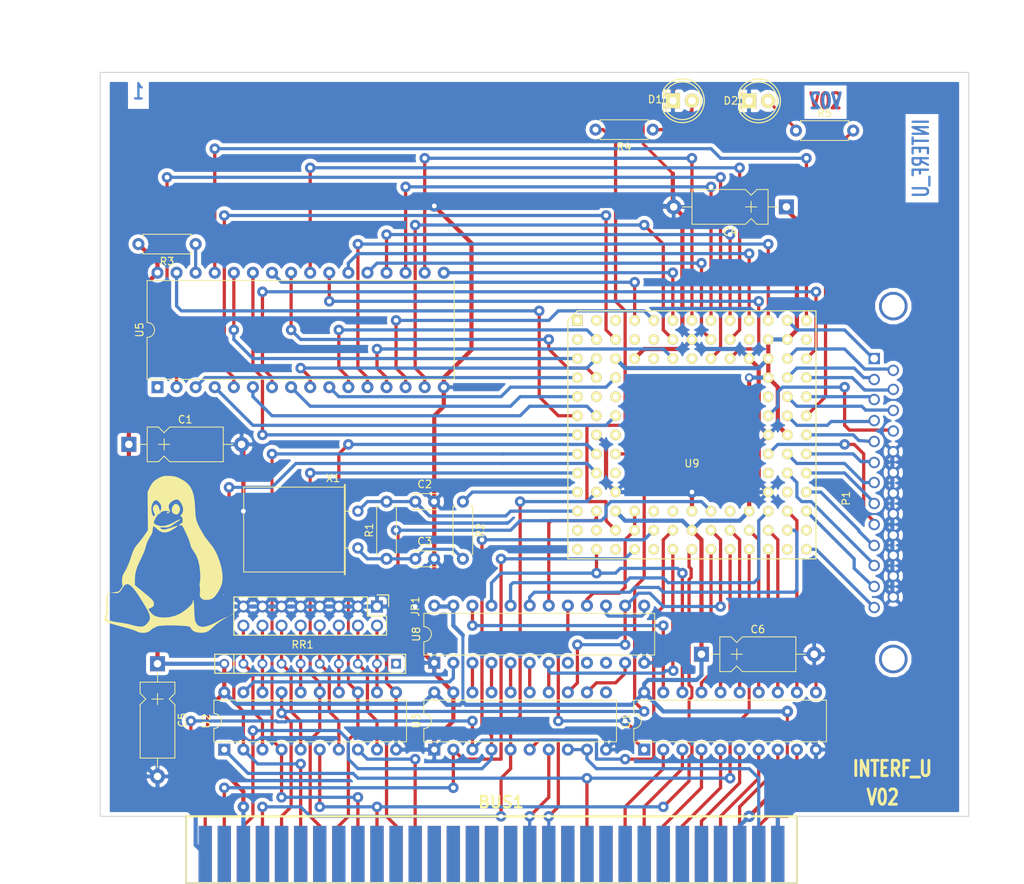
<source format=kicad_pcb>
(kicad_pcb (version 20170922) (host pcbnew "(2017-11-14 revision 1b57196)-master")
  (title_block (title Demo) (rev 2.C) (company Kicad))
  (layers (0 Composant signal) (31 Cuivre signal) (34 B.Paste user) (35 F.Paste user) (36 B.SilkS user) (37 F.SilkS user) (38 B.Mask user hide) (39 F.Mask user hide) (44 Edge.Cuts user))
  (net 0 "")
  (net 1 /8MH-OUT)
  (net 2 /ACK)
  (net 3 /AUTOFD-)
  (net 4 /BIT0)
  (net 5 /BIT1)
  (net 6 /BIT2)
  (net 7 /BIT3)
  (net 8 /BIT4)
  (net 9 /BIT5)
  (net 10 /BIT6)
  (net 11 /BIT7)
  (net 12 /BUST+)
  (net 13 /CLKLCA)
  (net 14 /CS1-)
  (net 15 /D0)
  (net 16 /D1)
  (net 17 /D2)
  (net 18 /D3)
  (net 19 /D4)
  (net 20 /D5)
  (net 21 /D6)
  (net 22 /D7)
  (net 23 /DIR)
  (net 24 /DONE)
  (net 25 /ENBBUF)
  (net 26 /ERROR-)
  (net 27 /INIT-)
  (net 28 /LED1)
  (net 29 /LED2)
  (net 30 /MA0)
  (net 31 /MA1)
  (net 32 /MA10)
  (net 33 /MA11)
  (net 34 /MA12)
  (net 35 /MA13)
  (net 36 /MA14)
  (net 37 /MA15)
  (net 38 /MA16)
  (net 39 /MA2)
  (net 40 /MA3)
  (net 41 /MA4)
  (net 42 /MA5)
  (net 43 /MA6)
  (net 44 /MA7)
  (net 45 /MA8)
  (net 46 /MA9)
  (net 47 /MATCHL)
  (net 48 /MD0)
  (net 49 /MD1)
  (net 50 /MD2)
  (net 51 /MD3)
  (net 52 /MD4)
  (net 53 /MD5)
  (net 54 /MD6)
  (net 55 /MD7)
  (net 56 /OE-)
  (net 57 /PC-A0)
  (net 58 /PC-A1)
  (net 59 /PC-A10)
  (net 60 /PC-A11)
  (net 61 /PC-A2)
  (net 62 /PC-A3)
  (net 63 /PC-A4)
  (net 64 /PC-A5)
  (net 65 /PC-A6)
  (net 66 /PC-A7)
  (net 67 /PC-A8)
  (net 68 /PC-A9)
  (net 69 /PC-AEN)
  (net 70 /PC-DB0)
  (net 71 /PC-DB1)
  (net 72 /PC-DB2)
  (net 73 /PC-DB3)
  (net 74 /PC-DB4)
  (net 75 /PC-DB5)
  (net 76 /PC-DB6)
  (net 77 /PC-DB7)
  (net 78 /PC-IOR)
  (net 79 /PC-IOW)
  (net 80 /PC-RD)
  (net 81 /PC-RST)
  (net 82 /PC-WR)
  (net 83 /PE+)
  (net 84 /PROG-)
  (net 85 /REF10)
  (net 86 /REF11)
  (net 87 /REF4)
  (net 88 /REF5)
  (net 89 /REF6)
  (net 90 /REF7)
  (net 91 /REF8)
  (net 92 /REF9)
  (net 93 /RSTL)
  (net 94 /SEL_LPT)
  (net 95 /SLCT+)
  (net 96 /SLCTIN-)
  (net 97 /STROBE)
  (net 98 /WR-)
  (net 99 /WR_REG)
  (net 100 GND)
  (net 101 VCC)
  (net 102 "Net-(C2-Pad1)")
  (net 103 "Net-(C3-Pad1)")
  (net 104 "Net-(R3-Pad1)")
  (net 105 "Net-(U3-Pad15)")
  (net 106 "Net-(U3-Pad16)")
  (net 107 "Net-(U3-Pad17)")
  (net 108 "Net-(U3-Pad18)")
  (net 109 "Net-(D1-Pad2)")
  (net 110 "Net-(D2-Pad2)")
  (net 111 "Net-(BUS1-Pad4)")
  (net 112 "Net-(BUS1-Pad5)")
  (net 113 "Net-(BUS1-Pad6)")
  (net 114 "Net-(BUS1-Pad7)")
  (net 115 "Net-(BUS1-Pad8)")
  (net 116 "Net-(BUS1-Pad9)")
  (net 117 "Net-(BUS1-Pad10)")
  (net 118 "Net-(BUS1-Pad11)")
  (net 119 "Net-(BUS1-Pad12)")
  (net 120 "Net-(BUS1-Pad15)")
  (net 121 "Net-(BUS1-Pad16)")
  (net 122 "Net-(BUS1-Pad17)")
  (net 123 "Net-(BUS1-Pad18)")
  (net 124 "Net-(BUS1-Pad19)")
  (net 125 "Net-(BUS1-Pad20)")
  (net 126 "Net-(BUS1-Pad21)")
  (net 127 "Net-(BUS1-Pad22)")
  (net 128 "Net-(BUS1-Pad23)")
  (net 129 "Net-(BUS1-Pad24)")
  (net 130 "Net-(BUS1-Pad25)")
  (net 131 "Net-(BUS1-Pad26)")
  (net 132 "Net-(BUS1-Pad27)")
  (net 133 "Net-(BUS1-Pad28)")
  (net 134 "Net-(BUS1-Pad30)")
  (net 135 "Net-(BUS1-Pad32)")
  (net 136 "Net-(BUS1-Pad41)")
  (net 137 "Net-(BUS1-Pad43)")
  (net 138 "Net-(BUS1-Pad44)")
  (net 139 "Net-(BUS1-Pad45)")
  (net 140 "Net-(BUS1-Pad46)")
  (net 141 "Net-(BUS1-Pad47)")
  (net 142 "Net-(BUS1-Pad48)")
  (net 143 "Net-(BUS1-Pad49)")
  (net 144 "Net-(BUS1-Pad50)")
  (net 145 "Net-(RR1-Pad10)")
  (net 146 "Net-(U3-Pad11)")
  (net 147 "Net-(U9-PadN1)")
  (net 148 "Net-(U9-PadN3)")
  (net 149 "Net-(U9-PadM1)")
  (net 150 "Net-(U9-PadM2)")
  (net 151 "Net-(U9-PadJ3)")
  (net 152 "Net-(U9-PadE2)")
  (net 153 "Net-(U9-PadE3)")
  (net 154 "Net-(U9-PadC5)")
  (net 155 "Net-(U9-PadB1)")
  (net 156 "Net-(U9-PadB4)")
  (net 157 "Net-(U9-PadB5)")
  (net 158 "Net-(U9-PadB10)")
  (net 159 "Net-(U9-PadB13)")
  (net 160 "Net-(U9-PadA1)")
  (net 161 "Net-(U9-PadA2)")
  (net 162 "Net-(U9-PadA3)")
  (net 163 "Net-(U9-PadN5)")
  (net 164 "Net-(U9-PadN12)")
  (net 165 "Net-(U9-PadL5)")
  (net 166 "Net-(U9-PadL6)")
  (net 167 "Net-(U9-PadL9)")
  (net 168 "Net-(U9-PadK12)")
  (net 169 "Net-(U9-PadJ11)")
  (net 170 "Net-(U9-PadE11)")
  (module LOGO (layer Composant) (at 88.646 98.425)
    (fp_text reference G1 hide)
    (fp_text value Tux hide)
  )
  (module Crystals:Crystal_HC18-U_Horizontal (layer Composant) (at 113.665 92.71 270)
    (fp_text reference X1 (at -4.375 3.3125) (layer F.SilkS))
    (fp_text value 8MHz)
    (pad 1 thru_hole circle (at 0 0 270) (size 1.5 1.5) (drill 0.8) (layers *.Cu *.Mask) (net 102 "Net-(C2-Pad1)"))
    (pad 2 thru_hole circle (at 4.9 0 270) (size 1.5 1.5) (drill 0.8) (layers *.Cu *.Mask) (net 103 "Net-(C3-Pad1)"))
  )
  (module Discret:r_pack9 (layer Composant) (at 107.315 113.03)
    (fp_text reference RR1 (at -1.016 -2.54) (layer F.SilkS))
    (fp_text value 9x1K hide)
    (pad 1 thru_hole circle (at -11.43 0) (size 1.3 1.3) (drill 0.8) (layers *.Cu *.Mask) (net 101 VCC))
    (pad 2 thru_hole circle (at -8.89 0) (size 1.3 1.3) (drill 0.8) (layers *.Cu *.Mask) (net 88 /REF5))
    (pad 3 thru_hole circle (at -6.35 0) (size 1.3 1.3) (drill 0.8) (layers *.Cu *.Mask) (net 87 /REF4))
    (pad 4 thru_hole circle (at -3.81 0) (size 1.3 1.3) (drill 0.8) (layers *.Cu *.Mask) (net 91 /REF8))
    (pad 5 thru_hole circle (at -1.27 0) (size 1.3 1.3) (drill 0.8) (layers *.Cu *.Mask) (net 89 /REF6))
    (pad 6 thru_hole circle (at 1.27 0) (size 1.3 1.3) (drill 0.8) (layers *.Cu *.Mask) (net 92 /REF9))
    (pad 7 thru_hole circle (at 3.81 0) (size 1.3 1.3) (drill 0.8) (layers *.Cu *.Mask) (net 90 /REF7))
    (pad 8 thru_hole circle (at 6.35 0) (size 1.3 1.3) (drill 0.8) (layers *.Cu *.Mask) (net 86 /REF11))
    (pad 9 thru_hole circle (at 8.89 0) (size 1.3 1.3) (drill 0.8) (layers *.Cu *.Mask) (net 85 /REF10))
    (pad 10 thru_hole rect (at 11.43 0) (size 1.3 1.3) (drill 0.8) (layers *.Cu *.Mask) (net 145 "Net-(RR1-Pad10)"))
  )
  (module Pin_Headers:Pin_Header_Straight_2x08 (layer Composant) (at 116.205 105.41 270)
    (fp_text reference JP1 (at 0 -5.1 270) (layer F.SilkS))
    (fp_text value CONN_8X2 hide)
    (pad 1 thru_hole rect (at 0 0 270) (size 1.6 1.6) (drill 1) (layers *.Cu *.Mask) (net 100 GND))
    (pad 2 thru_hole circle (at 2.54 0 270) (size 1.6 1.6) (drill 1) (layers *.Cu *.Mask) (net 85 /REF10))
    (pad 3 thru_hole circle (at 0 2.54 270) (size 1.6 1.6) (drill 1) (layers *.Cu *.Mask) (net 100 GND))
    (pad 4 thru_hole circle (at 2.54 2.54 270) (size 1.6 1.6) (drill 1) (layers *.Cu *.Mask) (net 86 /REF11))
    (pad 5 thru_hole circle (at 0 5.08 270) (size 1.6 1.6) (drill 1) (layers *.Cu *.Mask) (net 100 GND))
    (pad 6 thru_hole circle (at 2.54 5.08 270) (size 1.6 1.6) (drill 1) (layers *.Cu *.Mask) (net 90 /REF7))
    (pad 7 thru_hole circle (at 0 7.62 270) (size 1.6 1.6) (drill 1) (layers *.Cu *.Mask) (net 100 GND))
    (pad 8 thru_hole circle (at 2.54 7.62 270) (size 1.6 1.6) (drill 1) (layers *.Cu *.Mask) (net 92 /REF9))
    (pad 9 thru_hole circle (at 0 10.16 270) (size 1.6 1.6) (drill 1) (layers *.Cu *.Mask) (net 100 GND))
    (pad 10 thru_hole circle (at 2.54 10.16 270) (size 1.6 1.6) (drill 1) (layers *.Cu *.Mask) (net 89 /REF6))
    (pad 11 thru_hole circle (at 0 12.7 270) (size 1.6 1.6) (drill 1) (layers *.Cu *.Mask) (net 100 GND))
    (pad 12 thru_hole circle (at 2.54 12.7 270) (size 1.6 1.6) (drill 1) (layers *.Cu *.Mask) (net 91 /REF8))
    (pad 13 thru_hole circle (at 0 15.24 270) (size 1.6 1.6) (drill 1) (layers *.Cu *.Mask) (net 100 GND))
    (pad 14 thru_hole circle (at 2.54 15.24 270) (size 1.6 1.6) (drill 1) (layers *.Cu *.Mask) (net 87 /REF4))
    (pad 15 thru_hole circle (at 0 17.78 270) (size 1.6 1.6) (drill 1) (layers *.Cu *.Mask) (net 100 GND))
    (pad 16 thru_hole circle (at 2.54 17.78 270) (size 1.6 1.6) (drill 1) (layers *.Cu *.Mask) (net 88 /REF5))
  )
  (module Capacitors_THT:CP_Axial_L10.0mm_D4.5mm_P15.00mm_Horizontal (layer Composant) (at 159.385 111.76)
    (fp_text reference C6 (at 7.5 -3.31) (layer F.SilkS))
    (fp_text value 47uF)
    (pad 1 thru_hole rect (at 0 0) (size 2 2) (drill 1) (layers *.Cu *.Mask) (net 101 VCC))
    (pad 2 thru_hole oval (at 15 0) (size 2 2) (drill 1) (layers *.Cu *.Mask) (net 100 GND))
  )
  (module Capacitors_THT:CP_Axial_L10.0mm_D4.5mm_P15.00mm_Horizontal (layer Composant) (at 86.995 113.03 270)
    (fp_text reference C5 (at 7.5 -3.31 270) (layer F.SilkS))
    (fp_text value 47uF)
    (pad 1 thru_hole rect (at 0 0 270) (size 2 2) (drill 1) (layers *.Cu *.Mask) (net 101 VCC))
    (pad 2 thru_hole oval (at 15 0 270) (size 2 2) (drill 1) (layers *.Cu *.Mask) (net 100 GND))
  )
  (module Capacitors_THT:CP_Axial_L10.0mm_D4.5mm_P15.00mm_Horizontal (layer Composant) (at 170.688 52.197 180)
    (fp_text reference C4 (at 7.5 -3.31 180) (layer F.SilkS))
    (fp_text value 47uF)
    (pad 1 thru_hole rect (at 0 0 180) (size 2 2) (drill 1) (layers *.Cu *.Mask) (net 101 VCC))
    (pad 2 thru_hole oval (at 15 0 180) (size 2 2) (drill 1) (layers *.Cu *.Mask) (net 100 GND))
  )
  (module Capacitors_THT:CP_Axial_L10.0mm_D4.5mm_P15.00mm_Horizontal (layer Composant) (at 83.185 83.82)
    (fp_text reference C1 (at 7.5 -3.31) (layer F.SilkS))
    (fp_text value 47uF)
    (pad 1 thru_hole rect (at 0 0) (size 2 2) (drill 1) (layers *.Cu *.Mask) (net 101 VCC))
    (pad 2 thru_hole oval (at 15 0) (size 2 2) (drill 1) (layers *.Cu *.Mask) (net 100 GND))
  )
  (module Resistors_THT:R_Axial_DIN0207_L6.3mm_D2.5mm_P7.62mm_Horizontal (layer Composant) (at 152.908 41.91 180)
    (fp_text reference R4 (at 3.81 -2.31) (layer F.SilkS))
    (fp_text value 330)
    (pad 1 thru_hole circle (at 0 0 180) (size 1.6 1.6) (drill 0.8) (layers *.Cu *.Mask) (net 109 "Net-(D1-Pad2)"))
    (pad 2 thru_hole oval (at 7.62 0 180) (size 1.6 1.6) (drill 0.8) (layers *.Cu *.Mask) (net 28 /LED1))
  )
  (module Resistors_THT:R_Axial_DIN0207_L6.3mm_D2.5mm_P7.62mm_Horizontal (layer Composant) (at 171.958 42.037)
    (fp_text reference R5 (at 3.81 -2.31) (layer F.SilkS))
    (fp_text value 330)
    (pad 1 thru_hole circle (at 0 0) (size 1.6 1.6) (drill 0.8) (layers *.Cu *.Mask) (net 110 "Net-(D2-Pad2)"))
    (pad 2 thru_hole oval (at 7.62 0) (size 1.6 1.6) (drill 0.8) (layers *.Cu *.Mask) (net 29 /LED2))
  )
  (module Resistors_THT:R_Axial_DIN0207_L6.3mm_D2.5mm_P7.62mm_Horizontal (layer Composant) (at 127.635 91.44 270)
    (fp_text reference R2 (at 3.81 -2.31 270) (layer F.SilkS))
    (fp_text value 1K)
    (pad 1 thru_hole circle (at 0 0 270) (size 1.6 1.6) (drill 0.8) (layers *.Cu *.Mask) (net 1 /8MH-OUT))
    (pad 2 thru_hole oval (at 7.62 0 270) (size 1.6 1.6) (drill 0.8) (layers *.Cu *.Mask) (net 103 "Net-(C3-Pad1)"))
  )
  (module Resistors_THT:R_Axial_DIN0207_L6.3mm_D2.5mm_P7.62mm_Horizontal (layer Composant) (at 117.475 99.06 90)
    (fp_text reference R1 (at 3.81 -2.31 90) (layer F.SilkS))
    (fp_text value 100K)
    (pad 1 thru_hole circle (at 0 0 90) (size 1.6 1.6) (drill 0.8) (layers *.Cu *.Mask) (net 103 "Net-(C3-Pad1)"))
    (pad 2 thru_hole oval (at 7.62 0 90) (size 1.6 1.6) (drill 0.8) (layers *.Cu *.Mask) (net 102 "Net-(C2-Pad1)"))
  )
  (module Resistors_THT:R_Axial_DIN0207_L6.3mm_D2.5mm_P7.62mm_Horizontal (layer Composant) (at 92.075 57.15 180)
    (fp_text reference R3 (at 3.81 -2.31) (layer F.SilkS))
    (fp_text value 10K)
    (pad 1 thru_hole circle (at 0 0 180) (size 1.6 1.6) (drill 0.8) (layers *.Cu *.Mask) (net 104 "Net-(R3-Pad1)"))
    (pad 2 thru_hole oval (at 7.62 0 180) (size 1.6 1.6) (drill 0.8) (layers *.Cu *.Mask) (net 101 VCC))
  )
  (module Capacitors_THT:C_Disc_D3.0mm_W2.0mm_P2.50mm (layer Composant) (at 121.305 99.06)
    (fp_text reference C3 (at 1.25 -2.31) (layer F.SilkS))
    (fp_text value 47pF)
    (pad 1 thru_hole circle (at 0 0) (size 1.6 1.6) (drill 0.8) (layers *.Cu *.Mask) (net 103 "Net-(C3-Pad1)"))
    (pad 2 thru_hole circle (at 2.5 0) (size 1.6 1.6) (drill 0.8) (layers *.Cu *.Mask) (net 100 GND))
  )
  (module Capacitors_THT:C_Disc_D3.0mm_W2.0mm_P2.50mm (layer Composant) (at 121.305 91.44)
    (fp_text reference C2 (at 1.25 -2.31) (layer F.SilkS))
    (fp_text value 47pF)
    (pad 1 thru_hole circle (at 0 0) (size 1.6 1.6) (drill 0.8) (layers *.Cu *.Mask) (net 102 "Net-(C2-Pad1)"))
    (pad 2 thru_hole circle (at 2.5 0) (size 1.6 1.6) (drill 0.8) (layers *.Cu *.Mask) (net 100 GND))
  )
  (module Connectors:DB25FC (layer Composant) (at 182.372 72.39 270)
    (fp_text reference P1 (at 18.61 3.745 270) (layer F.SilkS))
    (fp_text value DB25FEMELLE hide)
    (pad "" thru_hole circle (at 40.01 -2.54 270) (size 3.81 3.81) (drill 3.05) (layers *.Cu *.Mask))
    (pad "" thru_hole circle (at -6.98 -2.54 270) (size 3.81 3.81) (drill 3.05) (layers *.Cu *.Mask))
    (pad 1 thru_hole rect (at 0 0 270) (size 1.52 1.52) (drill 1.02) (layers *.Cu *.Mask) (net 97 /STROBE))
    (pad 2 thru_hole circle (at 2.79 0 270) (size 1.52 1.52) (drill 1.02) (layers *.Cu *.Mask) (net 4 /BIT0))
    (pad 3 thru_hole circle (at 5.46 0 270) (size 1.52 1.52) (drill 1.02) (layers *.Cu *.Mask) (net 5 /BIT1))
    (pad 4 thru_hole circle (at 8.26 0 270) (size 1.52 1.52) (drill 1.02) (layers *.Cu *.Mask) (net 6 /BIT2))
    (pad 5 thru_hole circle (at 11.05 0 270) (size 1.52 1.52) (drill 1.02) (layers *.Cu *.Mask) (net 7 /BIT3))
    (pad 6 thru_hole circle (at 13.84 0 270) (size 1.52 1.52) (drill 1.02) (layers *.Cu *.Mask) (net 8 /BIT4))
    (pad 7 thru_hole circle (at 16.51 0 270) (size 1.52 1.52) (drill 1.02) (layers *.Cu *.Mask) (net 9 /BIT5))
    (pad 8 thru_hole circle (at 19.3 0 270) (size 1.52 1.52) (drill 1.02) (layers *.Cu *.Mask) (net 10 /BIT6))
    (pad 9 thru_hole circle (at 22.1 0 270) (size 1.52 1.52) (drill 1.02) (layers *.Cu *.Mask) (net 11 /BIT7))
    (pad 10 thru_hole circle (at 24.89 0 270) (size 1.52 1.52) (drill 1.02) (layers *.Cu *.Mask) (net 2 /ACK))
    (pad 11 thru_hole circle (at 27.56 0 270) (size 1.52 1.52) (drill 1.02) (layers *.Cu *.Mask) (net 12 /BUST+))
    (pad 12 thru_hole circle (at 30.35 0 270) (size 1.52 1.52) (drill 1.02) (layers *.Cu *.Mask) (net 83 /PE+))
    (pad 13 thru_hole circle (at 33.15 0 270) (size 1.52 1.52) (drill 1.02) (layers *.Cu *.Mask) (net 95 /SLCT+))
    (pad 14 thru_hole circle (at 1.57 -2.54 270) (size 1.52 1.52) (drill 1.02) (layers *.Cu *.Mask) (net 3 /AUTOFD-))
    (pad 15 thru_hole circle (at 4.11 -2.54 270) (size 1.52 1.52) (drill 1.02) (layers *.Cu *.Mask) (net 26 /ERROR-))
    (pad 16 thru_hole circle (at 6.91 -2.54 270) (size 1.52 1.52) (drill 1.02) (layers *.Cu *.Mask) (net 27 /INIT-))
    (pad 17 thru_hole circle (at 9.65 -2.54 270) (size 1.52 1.52) (drill 1.02) (layers *.Cu *.Mask) (net 96 /SLCTIN-))
    (pad 18 thru_hole circle (at 12.4 -2.54 270) (size 1.52 1.52) (drill 1.02) (layers *.Cu *.Mask) (net 100 GND))
    (pad 19 thru_hole circle (at 15.19 -2.54 270) (size 1.52 1.52) (drill 1.02) (layers *.Cu *.Mask) (net 100 GND))
    (pad 20 thru_hole circle (at 17.93 -2.54 270) (size 1.52 1.52) (drill 1.02) (layers *.Cu *.Mask) (net 100 GND))
    (pad 21 thru_hole circle (at 20.68 -2.54 270) (size 1.52 1.52) (drill 1.02) (layers *.Cu *.Mask) (net 100 GND))
    (pad 22 thru_hole circle (at 23.52 -2.54 270) (size 1.52 1.52) (drill 1.02) (layers *.Cu *.Mask) (net 100 GND))
    (pad 23 thru_hole circle (at 26.21 -2.54 270) (size 1.52 1.52) (drill 1.02) (layers *.Cu *.Mask) (net 100 GND))
    (pad 24 thru_hole circle (at 28.96 -2.54 270) (size 1.52 1.52) (drill 1.02) (layers *.Cu *.Mask) (net 100 GND))
    (pad 25 thru_hole circle (at 31.75 -2.54 270) (size 1.52 1.52) (drill 1.02) (layers *.Cu *.Mask) (net 100 GND))
  )
  (module Housings_DIP:DIP-20_W7.62mm (layer Composant) (at 123.825 124.46 90)
    (fp_text reference U3 (at 3.81 -2.39 90) (layer F.SilkS))
    (fp_text value 74LS541)
    (pad 1 thru_hole rect (at 0 0 90) (size 1.6 1.6) (drill 0.8) (layers *.Cu *.Mask) (net 100 GND))
    (pad 11 thru_hole oval (at 7.62 22.86 90) (size 1.6 1.6) (drill 0.8) (layers *.Cu *.Mask) (net 146 "Net-(U3-Pad11)"))
    (pad 2 thru_hole oval (at 0 2.54 90) (size 1.6 1.6) (drill 0.8) (layers *.Cu *.Mask) (net 58 /PC-A1))
    (pad 12 thru_hole oval (at 7.62 20.32 90) (size 1.6 1.6) (drill 0.8) (layers *.Cu *.Mask) (net 93 /RSTL))
    (pad 3 thru_hole oval (at 0 5.08 90) (size 1.6 1.6) (drill 0.8) (layers *.Cu *.Mask) (net 57 /PC-A0))
    (pad 13 thru_hole oval (at 7.62 17.78 90) (size 1.6 1.6) (drill 0.8) (layers *.Cu *.Mask) (net 80 /PC-RD))
    (pad 4 thru_hole oval (at 0 7.62 90) (size 1.6 1.6) (drill 0.8) (layers *.Cu *.Mask) (net 61 /PC-A2))
    (pad 14 thru_hole oval (at 7.62 15.24 90) (size 1.6 1.6) (drill 0.8) (layers *.Cu *.Mask) (net 82 /PC-WR))
    (pad 5 thru_hole oval (at 0 10.16 90) (size 1.6 1.6) (drill 0.8) (layers *.Cu *.Mask) (net 62 /PC-A3))
    (pad 15 thru_hole oval (at 7.62 12.7 90) (size 1.6 1.6) (drill 0.8) (layers *.Cu *.Mask) (net 105 "Net-(U3-Pad15)"))
    (pad 6 thru_hole oval (at 0 12.7 90) (size 1.6 1.6) (drill 0.8) (layers *.Cu *.Mask) (net 79 /PC-IOW))
    (pad 16 thru_hole oval (at 7.62 10.16 90) (size 1.6 1.6) (drill 0.8) (layers *.Cu *.Mask) (net 106 "Net-(U3-Pad16)"))
    (pad 7 thru_hole oval (at 0 15.24 90) (size 1.6 1.6) (drill 0.8) (layers *.Cu *.Mask) (net 78 /PC-IOR))
    (pad 17 thru_hole oval (at 7.62 7.62 90) (size 1.6 1.6) (drill 0.8) (layers *.Cu *.Mask) (net 107 "Net-(U3-Pad17)"))
    (pad 8 thru_hole oval (at 0 17.78 90) (size 1.6 1.6) (drill 0.8) (layers *.Cu *.Mask) (net 81 /PC-RST))
    (pad 18 thru_hole oval (at 7.62 5.08 90) (size 1.6 1.6) (drill 0.8) (layers *.Cu *.Mask) (net 108 "Net-(U3-Pad18)"))
    (pad 9 thru_hole oval (at 0 20.32 90) (size 1.6 1.6) (drill 0.8) (layers *.Cu *.Mask) (net 81 /PC-RST))
    (pad 19 thru_hole oval (at 7.62 2.54 90) (size 1.6 1.6) (drill 0.8) (layers *.Cu *.Mask) (net 100 GND))
    (pad 10 thru_hole oval (at 0 22.86 90) (size 1.6 1.6) (drill 0.8) (layers *.Cu *.Mask) (net 100 GND))
    (pad 20 thru_hole oval (at 7.62 0 90) (size 1.6 1.6) (drill 0.8) (layers *.Cu *.Mask) (net 101 VCC))
  )
  (module Housings_DIP:DIP-20_W7.62mm (layer Composant) (at 95.885 124.46 90)
    (fp_text reference U2 (at 3.81 -2.39 90) (layer F.SilkS))
    (fp_text value 74LS688)
    (pad 1 thru_hole rect (at 0 0 90) (size 1.6 1.6) (drill 0.8) (layers *.Cu *.Mask) (net 69 /PC-AEN))
    (pad 11 thru_hole oval (at 7.62 22.86 90) (size 1.6 1.6) (drill 0.8) (layers *.Cu *.Mask) (net 59 /PC-A10))
    (pad 2 thru_hole oval (at 0 2.54 90) (size 1.6 1.6) (drill 0.8) (layers *.Cu *.Mask) (net 64 /PC-A5))
    (pad 12 thru_hole oval (at 7.62 20.32 90) (size 1.6 1.6) (drill 0.8) (layers *.Cu *.Mask) (net 85 /REF10))
    (pad 3 thru_hole oval (at 0 5.08 90) (size 1.6 1.6) (drill 0.8) (layers *.Cu *.Mask) (net 88 /REF5))
    (pad 13 thru_hole oval (at 7.62 17.78 90) (size 1.6 1.6) (drill 0.8) (layers *.Cu *.Mask) (net 66 /PC-A7))
    (pad 4 thru_hole oval (at 0 7.62 90) (size 1.6 1.6) (drill 0.8) (layers *.Cu *.Mask) (net 67 /PC-A8))
    (pad 14 thru_hole oval (at 7.62 15.24 90) (size 1.6 1.6) (drill 0.8) (layers *.Cu *.Mask) (net 90 /REF7))
    (pad 5 thru_hole oval (at 0 10.16 90) (size 1.6 1.6) (drill 0.8) (layers *.Cu *.Mask) (net 91 /REF8))
    (pad 15 thru_hole oval (at 7.62 12.7 90) (size 1.6 1.6) (drill 0.8) (layers *.Cu *.Mask) (net 65 /PC-A6))
    (pad 6 thru_hole oval (at 0 12.7 90) (size 1.6 1.6) (drill 0.8) (layers *.Cu *.Mask) (net 68 /PC-A9))
    (pad 16 thru_hole oval (at 7.62 10.16 90) (size 1.6 1.6) (drill 0.8) (layers *.Cu *.Mask) (net 89 /REF6))
    (pad 7 thru_hole oval (at 0 15.24 90) (size 1.6 1.6) (drill 0.8) (layers *.Cu *.Mask) (net 92 /REF9))
    (pad 17 thru_hole oval (at 7.62 7.62 90) (size 1.6 1.6) (drill 0.8) (layers *.Cu *.Mask) (net 63 /PC-A4))
    (pad 8 thru_hole oval (at 0 17.78 90) (size 1.6 1.6) (drill 0.8) (layers *.Cu *.Mask) (net 60 /PC-A11))
    (pad 18 thru_hole oval (at 7.62 5.08 90) (size 1.6 1.6) (drill 0.8) (layers *.Cu *.Mask) (net 87 /REF4))
    (pad 9 thru_hole oval (at 0 20.32 90) (size 1.6 1.6) (drill 0.8) (layers *.Cu *.Mask) (net 86 /REF11))
    (pad 19 thru_hole oval (at 7.62 2.54 90) (size 1.6 1.6) (drill 0.8) (layers *.Cu *.Mask) (net 47 /MATCHL))
    (pad 10 thru_hole oval (at 0 22.86 90) (size 1.6 1.6) (drill 0.8) (layers *.Cu *.Mask) (net 100 GND))
    (pad 20 thru_hole oval (at 7.62 0 90) (size 1.6 1.6) (drill 0.8) (layers *.Cu *.Mask) (net 101 VCC))
  )
  (module Housings_DIP:DIP-20_W7.62mm (layer Composant) (at 151.765 124.46 90)
    (fp_text reference U1 (at 3.81 -2.39 90) (layer F.SilkS))
    (fp_text value 74LS245)
    (pad 1 thru_hole rect (at 0 0 90) (size 1.6 1.6) (drill 0.8) (layers *.Cu *.Mask) (net 23 /DIR))
    (pad 11 thru_hole oval (at 7.62 22.86 90) (size 1.6 1.6) (drill 0.8) (layers *.Cu *.Mask) (net 22 /D7))
    (pad 2 thru_hole oval (at 0 2.54 90) (size 1.6 1.6) (drill 0.8) (layers *.Cu *.Mask) (net 70 /PC-DB0))
    (pad 12 thru_hole oval (at 7.62 20.32 90) (size 1.6 1.6) (drill 0.8) (layers *.Cu *.Mask) (net 21 /D6))
    (pad 3 thru_hole oval (at 0 5.08 90) (size 1.6 1.6) (drill 0.8) (layers *.Cu *.Mask) (net 71 /PC-DB1))
    (pad 13 thru_hole oval (at 7.62 17.78 90) (size 1.6 1.6) (drill 0.8) (layers *.Cu *.Mask) (net 20 /D5))
    (pad 4 thru_hole oval (at 0 7.62 90) (size 1.6 1.6) (drill 0.8) (layers *.Cu *.Mask) (net 72 /PC-DB2))
    (pad 14 thru_hole oval (at 7.62 15.24 90) (size 1.6 1.6) (drill 0.8) (layers *.Cu *.Mask) (net 19 /D4))
    (pad 5 thru_hole oval (at 0 10.16 90) (size 1.6 1.6) (drill 0.8) (layers *.Cu *.Mask) (net 73 /PC-DB3))
    (pad 15 thru_hole oval (at 7.62 12.7 90) (size 1.6 1.6) (drill 0.8) (layers *.Cu *.Mask) (net 18 /D3))
    (pad 6 thru_hole oval (at 0 12.7 90) (size 1.6 1.6) (drill 0.8) (layers *.Cu *.Mask) (net 74 /PC-DB4))
    (pad 16 thru_hole oval (at 7.62 10.16 90) (size 1.6 1.6) (drill 0.8) (layers *.Cu *.Mask) (net 17 /D2))
    (pad 7 thru_hole oval (at 0 15.24 90) (size 1.6 1.6) (drill 0.8) (layers *.Cu *.Mask) (net 75 /PC-DB5))
    (pad 17 thru_hole oval (at 7.62 7.62 90) (size 1.6 1.6) (drill 0.8) (layers *.Cu *.Mask) (net 16 /D1))
    (pad 8 thru_hole oval (at 0 17.78 90) (size 1.6 1.6) (drill 0.8) (layers *.Cu *.Mask) (net 76 /PC-DB6))
    (pad 18 thru_hole oval (at 7.62 5.08 90) (size 1.6 1.6) (drill 0.8) (layers *.Cu *.Mask) (net 15 /D0))
    (pad 9 thru_hole oval (at 0 20.32 90) (size 1.6 1.6) (drill 0.8) (layers *.Cu *.Mask) (net 77 /PC-DB7))
    (pad 19 thru_hole oval (at 7.62 2.54 90) (size 1.6 1.6) (drill 0.8) (layers *.Cu *.Mask) (net 25 /ENBBUF))
    (pad 10 thru_hole oval (at 0 22.86 90) (size 1.6 1.6) (drill 0.8) (layers *.Cu *.Mask) (net 100 GND))
    (pad 20 thru_hole oval (at 7.62 0 90) (size 1.6 1.6) (drill 0.8) (layers *.Cu *.Mask) (net 101 VCC))
  )
  (module BUS_PC (layer Composant) (at 131.445 138.43)
    (fp_text reference BUS1 (at 1.27 -6.985) (layer F.SilkS) (effects (font (thickness 0.3048))))
    (fp_text value BUSPC hide)
    (pad 1 connect rect (at 38.1 0) (size 1.778 7.62) (layers Cuivre B.Mask) (net 100 GND))
    (pad 2 connect rect (at 35.56 0) (size 1.778 7.62) (layers Cuivre B.Mask) (net 81 /PC-RST))
    (pad 3 connect rect (at 33.02 0) (size 1.778 7.62) (layers Cuivre B.Mask) (net 101 VCC))
    (pad 4 connect rect (at 30.48 0) (size 1.778 7.62) (layers Cuivre B.Mask) (net 111 "Net-(BUS1-Pad4)"))
    (pad 5 connect rect (at 27.94 0) (size 1.778 7.62) (layers Cuivre B.Mask) (net 112 "Net-(BUS1-Pad5)"))
    (pad 6 connect rect (at 25.4 0) (size 1.778 7.62) (layers Cuivre B.Mask) (net 113 "Net-(BUS1-Pad6)"))
    (pad 7 connect rect (at 22.86 0) (size 1.778 7.62) (layers Cuivre B.Mask) (net 114 "Net-(BUS1-Pad7)"))
    (pad 8 connect rect (at 20.32 0) (size 1.778 7.62) (layers Cuivre B.Mask) (net 115 "Net-(BUS1-Pad8)"))
    (pad 9 connect rect (at 17.78 0) (size 1.778 7.62) (layers Cuivre B.Mask) (net 116 "Net-(BUS1-Pad9)"))
    (pad 10 connect rect (at 15.24 0) (size 1.778 7.62) (layers Cuivre B.Mask) (net 117 "Net-(BUS1-Pad10)"))
    (pad 11 connect rect (at 12.7 0) (size 1.778 7.62) (layers Cuivre B.Mask) (net 118 "Net-(BUS1-Pad11)"))
    (pad 12 connect rect (at 10.16 0) (size 1.778 7.62) (layers Cuivre B.Mask) (net 119 "Net-(BUS1-Pad12)"))
    (pad 13 connect rect (at 7.62 0) (size 1.778 7.62) (layers Cuivre B.Mask) (net 79 /PC-IOW))
    (pad 14 connect rect (at 5.08 0) (size 1.778 7.62) (layers Cuivre B.Mask) (net 78 /PC-IOR))
    (pad 15 connect rect (at 2.54 0) (size 1.778 7.62) (layers Cuivre B.Mask) (net 120 "Net-(BUS1-Pad15)"))
    (pad 16 connect rect (at 0 0) (size 1.778 7.62) (layers Cuivre B.Mask) (net 121 "Net-(BUS1-Pad16)"))
    (pad 17 connect rect (at -2.54 0) (size 1.778 7.62) (layers Cuivre B.Mask) (net 122 "Net-(BUS1-Pad17)"))
    (pad 18 connect rect (at -5.08 0) (size 1.778 7.62) (layers Cuivre B.Mask) (net 123 "Net-(BUS1-Pad18)"))
    (pad 19 connect rect (at -7.62 0) (size 1.778 7.62) (layers Cuivre B.Mask) (net 124 "Net-(BUS1-Pad19)"))
    (pad 20 connect rect (at -10.16 0) (size 1.778 7.62) (layers Cuivre B.Mask) (net 125 "Net-(BUS1-Pad20)"))
    (pad 21 connect rect (at -12.7 0) (size 1.778 7.62) (layers Cuivre B.Mask) (net 126 "Net-(BUS1-Pad21)"))
    (pad 22 connect rect (at -15.24 0) (size 1.778 7.62) (layers Cuivre B.Mask) (net 127 "Net-(BUS1-Pad22)"))
    (pad 23 connect rect (at -17.78 0) (size 1.778 7.62) (layers Cuivre B.Mask) (net 128 "Net-(BUS1-Pad23)"))
    (pad 24 connect rect (at -20.32 0) (size 1.778 7.62) (layers Cuivre B.Mask) (net 129 "Net-(BUS1-Pad24)"))
    (pad 25 connect rect (at -22.86 0) (size 1.778 7.62) (layers Cuivre B.Mask) (net 130 "Net-(BUS1-Pad25)"))
    (pad 26 connect rect (at -25.4 0) (size 1.778 7.62) (layers Cuivre B.Mask) (net 131 "Net-(BUS1-Pad26)"))
    (pad 27 connect rect (at -27.94 0) (size 1.778 7.62) (layers Cuivre B.Mask) (net 132 "Net-(BUS1-Pad27)"))
    (pad 28 connect rect (at -30.48 0) (size 1.778 7.62) (layers Cuivre B.Mask) (net 133 "Net-(BUS1-Pad28)"))
    (pad 29 connect rect (at -33.02 0) (size 1.778 7.62) (layers Cuivre B.Mask) (net 101 VCC))
    (pad 30 connect rect (at -35.56 0) (size 1.778 7.62) (layers Cuivre B.Mask) (net 134 "Net-(BUS1-Pad30)"))
    (pad 31 connect rect (at -38.1 0) (size 1.778 7.62) (layers Cuivre B.Mask) (net 100 GND))
    (pad 32 connect rect (at 38.1 0) (size 1.778 7.62) (layers Composant F.Mask) (net 135 "Net-(BUS1-Pad32)"))
    (pad 33 connect rect (at 35.56 0) (size 1.778 7.62) (layers Composant F.Mask) (net 77 /PC-DB7))
    (pad 34 connect rect (at 33.02 0) (size 1.778 7.62) (layers Composant F.Mask) (net 76 /PC-DB6))
    (pad 35 connect rect (at 30.48 0) (size 1.778 7.62) (layers Composant F.Mask) (net 75 /PC-DB5))
    (pad 36 connect rect (at 27.94 0) (size 1.778 7.62) (layers Composant F.Mask) (net 74 /PC-DB4))
    (pad 37 connect rect (at 25.4 0) (size 1.778 7.62) (layers Composant F.Mask) (net 73 /PC-DB3))
    (pad 38 connect rect (at 22.86 0) (size 1.778 7.62) (layers Composant F.Mask) (net 72 /PC-DB2))
    (pad 39 connect rect (at 20.32 0) (size 1.778 7.62) (layers Composant F.Mask) (net 71 /PC-DB1))
    (pad 40 connect rect (at 17.78 0) (size 1.778 7.62) (layers Composant F.Mask) (net 70 /PC-DB0))
    (pad 41 connect rect (at 15.24 0) (size 1.778 7.62) (layers Composant F.Mask) (net 136 "Net-(BUS1-Pad41)"))
    (pad 42 connect rect (at 12.7 0) (size 1.778 7.62) (layers Composant F.Mask) (net 69 /PC-AEN))
    (pad 43 connect rect (at 10.16 0) (size 1.778 7.62) (layers Composant F.Mask) (net 137 "Net-(BUS1-Pad43)"))
    (pad 44 connect rect (at 7.62 0) (size 1.778 7.62) (layers Composant F.Mask) (net 138 "Net-(BUS1-Pad44)"))
    (pad 45 connect rect (at 5.08 0) (size 1.778 7.62) (layers Composant F.Mask) (net 139 "Net-(BUS1-Pad45)"))
    (pad 46 connect rect (at 2.54 0) (size 1.778 7.62) (layers Composant F.Mask) (net 140 "Net-(BUS1-Pad46)"))
    (pad 47 connect rect (at 0 0) (size 1.778 7.62) (layers Composant F.Mask) (net 141 "Net-(BUS1-Pad47)"))
    (pad 48 connect rect (at -2.54 0) (size 1.778 7.62) (layers Composant F.Mask) (net 142 "Net-(BUS1-Pad48)"))
    (pad 49 connect rect (at -5.08 0) (size 1.778 7.62) (layers Composant F.Mask) (net 143 "Net-(BUS1-Pad49)"))
    (pad 50 connect rect (at -7.62 0) (size 1.778 7.62) (layers Composant F.Mask) (net 144 "Net-(BUS1-Pad50)"))
    (pad 51 connect rect (at -10.16 0) (size 1.778 7.62) (layers Composant F.Mask) (net 60 /PC-A11))
    (pad 52 connect rect (at -12.7 0) (size 1.778 7.62) (layers Composant F.Mask) (net 59 /PC-A10))
    (pad 53 connect rect (at -15.24 0) (size 1.778 7.62) (layers Composant F.Mask) (net 68 /PC-A9))
    (pad 54 connect rect (at -17.78 0) (size 1.778 7.62) (layers Composant F.Mask) (net 67 /PC-A8))
    (pad 55 connect rect (at -20.32 0) (size 1.778 7.62) (layers Composant F.Mask) (net 66 /PC-A7))
    (pad 56 connect rect (at -22.86 0) (size 1.778 7.62) (layers Composant F.Mask) (net 65 /PC-A6))
    (pad 57 connect rect (at -25.4 0) (size 1.778 7.62) (layers Composant F.Mask) (net 64 /PC-A5))
    (pad 58 connect rect (at -27.94 0) (size 1.778 7.62) (layers Composant F.Mask) (net 63 /PC-A4))
    (pad 59 connect rect (at -30.48 0) (size 1.778 7.62) (layers Composant F.Mask) (net 62 /PC-A3))
    (pad 60 connect rect (at -33.02 0) (size 1.778 7.62) (layers Composant F.Mask) (net 61 /PC-A2))
    (pad 61 connect rect (at -35.56 0) (size 1.778 7.62) (layers Composant F.Mask) (net 58 /PC-A1))
    (pad 62 connect rect (at -38.1 0) (size 1.778 7.62) (layers Composant F.Mask) (net 57 /PC-A0))
  )
  (module Sockets:PGA120 (layer Composant) (at 158.115 82.55 180)
    (fp_text reference U9 (at 0 -3.81 180) (layer F.SilkS))
    (fp_text value 4003APG120 hide)
    (pad N1 thru_hole circle (at 15.24 -15.24 180) (size 1.397 1.397) (drill 0.7874) (layers *.Cu *.Mask F.SilkS) (net 147 "Net-(U9-PadN1)"))
    (pad N2 thru_hole circle (at 12.7 -15.24 180) (size 1.397 1.397) (drill 0.7874) (layers *.Cu *.Mask F.SilkS) (net 15 /D0))
    (pad N3 thru_hole circle (at 10.16 -15.24 180) (size 1.397 1.397) (drill 0.7874) (layers *.Cu *.Mask F.SilkS) (net 148 "Net-(U9-PadN3)"))
    (pad M1 thru_hole circle (at 15.24 -12.7 180) (size 1.397 1.397) (drill 0.7874) (layers *.Cu *.Mask F.SilkS) (net 149 "Net-(U9-PadM1)"))
    (pad M2 thru_hole circle (at 12.7 -12.7 180) (size 1.397 1.397) (drill 0.7874) (layers *.Cu *.Mask F.SilkS) (net 150 "Net-(U9-PadM2)"))
    (pad M3 thru_hole circle (at 10.16 -12.7 180) (size 1.397 1.397) (drill 0.7874) (layers *.Cu *.Mask F.SilkS) (net 28 /LED1))
    (pad L1 thru_hole circle (at 15.24 -10.16 180) (size 1.397 1.397) (drill 0.7874) (layers *.Cu *.Mask F.SilkS) (net 102 "Net-(C2-Pad1)"))
    (pad L2 thru_hole circle (at 12.7 -10.16 180) (size 1.397 1.397) (drill 0.7874) (layers *.Cu *.Mask F.SilkS) (net 94 /SEL_LPT))
    (pad L3 thru_hole circle (at 10.16 -10.16 180) (size 1.397 1.397) (drill 0.7874) (layers *.Cu *.Mask F.SilkS) (net 101 VCC))
    (pad K1 thru_hole circle (at 15.24 -7.62 180) (size 1.397 1.397) (drill 0.7874) (layers *.Cu *.Mask F.SilkS) (net 1 /8MH-OUT))
    (pad K2 thru_hole circle (at 12.7 -7.62 180) (size 1.397 1.397) (drill 0.7874) (layers *.Cu *.Mask F.SilkS) (net 62 /PC-A3))
    (pad K3 thru_hole circle (at 10.16 -7.62 180) (size 1.397 1.397) (drill 0.7874) (layers *.Cu *.Mask F.SilkS) (net 100 GND))
    (pad J1 thru_hole circle (at 15.24 -5.08 180) (size 1.397 1.397) (drill 0.7874) (layers *.Cu *.Mask F.SilkS) (net 65 /PC-A6))
    (pad J2 thru_hole circle (at 12.7 -5.08 180) (size 1.397 1.397) (drill 0.7874) (layers *.Cu *.Mask F.SilkS) (net 64 /PC-A5))
    (pad J3 thru_hole circle (at 10.16 -5.08 180) (size 1.397 1.397) (drill 0.7874) (layers *.Cu *.Mask F.SilkS) (net 151 "Net-(U9-PadJ3)"))
    (pad H1 thru_hole circle (at 15.24 -2.54 180) (size 1.397 1.397) (drill 0.7874) (layers *.Cu *.Mask F.SilkS) (net 67 /PC-A8))
    (pad H2 thru_hole circle (at 12.7 -2.54 180) (size 1.397 1.397) (drill 0.7874) (layers *.Cu *.Mask F.SilkS) (net 66 /PC-A7))
    (pad H3 thru_hole circle (at 10.16 -2.54 180) (size 1.397 1.397) (drill 0.7874) (layers *.Cu *.Mask F.SilkS) (net 63 /PC-A4))
    (pad G1 thru_hole circle (at 15.24 0 180) (size 1.397 1.397) (drill 0.7874) (layers *.Cu *.Mask F.SilkS) (net 45 /MA8))
    (pad G2 thru_hole circle (at 12.7 0 180) (size 1.397 1.397) (drill 0.7874) (layers *.Cu *.Mask F.SilkS) (net 100 GND))
    (pad G3 thru_hole circle (at 10.16 0 180) (size 1.397 1.397) (drill 0.7874) (layers *.Cu *.Mask F.SilkS))
    (pad F1 thru_hole circle (at 15.24 2.54 180) (size 1.397 1.397) (drill 0.7874) (layers *.Cu *.Mask F.SilkS) (net 37 /MA15))
    (pad F2 thru_hole circle (at 12.7 2.54 180) (size 1.397 1.397) (drill 0.7874) (layers *.Cu *.Mask F.SilkS) (net 43 /MA6))
    (pad F3 thru_hole circle (at 10.16 2.54 180) (size 1.397 1.397) (drill 0.7874) (layers *.Cu *.Mask F.SilkS) (net 34 /MA12))
    (pad E1 thru_hole circle (at 15.24 5.08 180) (size 1.397 1.397) (drill 0.7874) (layers *.Cu *.Mask F.SilkS) (net 41 /MA4))
    (pad E2 thru_hole circle (at 12.7 5.08 180) (size 1.397 1.397) (drill 0.7874) (layers *.Cu *.Mask F.SilkS) (net 152 "Net-(U9-PadE2)"))
    (pad E3 thru_hole circle (at 10.16 5.08 180) (size 1.397 1.397) (drill 0.7874) (layers *.Cu *.Mask F.SilkS) (net 153 "Net-(U9-PadE3)"))
    (pad D1 thru_hole circle (at 15.24 7.62 180) (size 1.397 1.397) (drill 0.7874) (layers *.Cu *.Mask F.SilkS) (net 36 /MA14))
    (pad D2 thru_hole circle (at 12.7 7.62 180) (size 1.397 1.397) (drill 0.7874) (layers *.Cu *.Mask F.SilkS) (net 33 /MA11))
    (pad D3 thru_hole circle (at 10.16 7.62 180) (size 1.397 1.397) (drill 0.7874) (layers *.Cu *.Mask F.SilkS) (net 39 /MA2))
    (pad C1 thru_hole circle (at 15.24 10.16 180) (size 1.397 1.397) (drill 0.7874) (layers *.Cu *.Mask F.SilkS) (net 35 /MA13))
    (pad C2 thru_hole circle (at 12.7 10.16 180) (size 1.397 1.397) (drill 0.7874) (layers *.Cu *.Mask F.SilkS) (net 40 /MA3))
    (pad C3 thru_hole circle (at 10.16 10.16 180) (size 1.397 1.397) (drill 0.7874) (layers *.Cu *.Mask F.SilkS) (net 101 VCC))
    (pad C4 thru_hole circle (at 7.62 10.16 180) (size 1.397 1.397) (drill 0.7874) (layers *.Cu *.Mask F.SilkS) (net 100 GND))
    (pad C5 thru_hole circle (at 5.08 10.16 180) (size 1.397 1.397) (drill 0.7874) (layers *.Cu *.Mask F.SilkS) (net 154 "Net-(U9-PadC5)"))
    (pad C6 thru_hole circle (at 2.54 10.16 180) (size 1.397 1.397) (drill 0.7874) (layers *.Cu *.Mask F.SilkS) (net 48 /MD0))
    (pad C7 thru_hole circle (at 0 10.16 180) (size 1.397 1.397) (drill 0.7874) (layers *.Cu *.Mask F.SilkS))
    (pad C8 thru_hole circle (at -2.54 10.16 180) (size 1.397 1.397) (drill 0.7874) (layers *.Cu *.Mask F.SilkS) (net 38 /MA16))
    (pad C9 thru_hole circle (at -5.08 10.16 180) (size 1.397 1.397) (drill 0.7874) (layers *.Cu *.Mask F.SilkS) (net 32 /MA10))
    (pad C10 thru_hole circle (at -7.62 10.16 180) (size 1.397 1.397) (drill 0.7874) (layers *.Cu *.Mask F.SilkS) (net 100 GND))
    (pad C11 thru_hole circle (at -10.16 10.16 180) (size 1.397 1.397) (drill 0.7874) (layers *.Cu *.Mask F.SilkS) (net 101 VCC))
    (pad C12 thru_hole circle (at -12.7 10.16 180) (size 1.397 1.397) (drill 0.7874) (layers *.Cu *.Mask F.SilkS) (net 3 /AUTOFD-))
    (pad C13 thru_hole circle (at -15.24 10.16 180) (size 1.397 1.397) (drill 0.7874) (layers *.Cu *.Mask F.SilkS) (net 42 /MA5))
    (pad B1 thru_hole circle (at 15.24 12.7 180) (size 1.397 1.397) (drill 0.7874) (layers *.Cu *.Mask F.SilkS) (net 155 "Net-(U9-PadB1)"))
    (pad B2 thru_hole circle (at 12.7 12.7 180) (size 1.397 1.397) (drill 0.7874) (layers *.Cu *.Mask F.SilkS) (net 31 /MA1))
    (pad B3 thru_hole circle (at 10.16 12.7 180) (size 1.397 1.397) (drill 0.7874) (layers *.Cu *.Mask F.SilkS) (net 44 /MA7))
    (pad B4 thru_hole circle (at 7.62 12.7 180) (size 1.397 1.397) (drill 0.7874) (layers *.Cu *.Mask F.SilkS) (net 156 "Net-(U9-PadB4)"))
    (pad B5 thru_hole circle (at 5.08 12.7 180) (size 1.397 1.397) (drill 0.7874) (layers *.Cu *.Mask F.SilkS) (net 157 "Net-(U9-PadB5)"))
    (pad B6 thru_hole circle (at 2.54 12.7 180) (size 1.397 1.397) (drill 0.7874) (layers *.Cu *.Mask F.SilkS) (net 50 /MD2))
    (pad B7 thru_hole circle (at 0 12.7 180) (size 1.397 1.397) (drill 0.7874) (layers *.Cu *.Mask F.SilkS) (net 100 GND))
    (pad B8 thru_hole circle (at -2.54 12.7 180) (size 1.397 1.397) (drill 0.7874) (layers *.Cu *.Mask F.SilkS) (net 55 /MD7))
    (pad B9 thru_hole circle (at -5.08 12.7 180) (size 1.397 1.397) (drill 0.7874) (layers *.Cu *.Mask F.SilkS) (net 56 /OE-))
    (pad B10 thru_hole circle (at -7.62 12.7 180) (size 1.397 1.397) (drill 0.7874) (layers *.Cu *.Mask F.SilkS) (net 158 "Net-(U9-PadB10)"))
    (pad B11 thru_hole circle (at -10.16 12.7 180) (size 1.397 1.397) (drill 0.7874) (layers *.Cu *.Mask F.SilkS) (net 101 VCC))
    (pad B12 thru_hole circle (at -12.7 12.7 180) (size 1.397 1.397) (drill 0.7874) (layers *.Cu *.Mask F.SilkS) (net 101 VCC))
    (pad B13 thru_hole circle (at -15.24 12.7 180) (size 1.397 1.397) (drill 0.7874) (layers *.Cu *.Mask F.SilkS) (net 159 "Net-(U9-PadB13)"))
    (pad A1 thru_hole rect (at 15.24 15.24 180) (size 1.397 1.397) (drill 0.7874) (layers *.Cu *.Mask F.SilkS) (net 160 "Net-(U9-PadA1)"))
    (pad A2 thru_hole circle (at 12.7 15.24 180) (size 1.397 1.397) (drill 0.7874) (layers *.Cu *.Mask F.SilkS) (net 161 "Net-(U9-PadA2)"))
    (pad A3 thru_hole circle (at 10.16 15.24 180) (size 1.397 1.397) (drill 0.7874) (layers *.Cu *.Mask F.SilkS) (net 162 "Net-(U9-PadA3)"))
    (pad A4 thru_hole circle (at 7.62 15.24 180) (size 1.397 1.397) (drill 0.7874) (layers *.Cu *.Mask F.SilkS) (net 46 /MA9))
    (pad A5 thru_hole circle (at 5.08 15.24 180) (size 1.397 1.397) (drill 0.7874) (layers *.Cu *.Mask F.SilkS) (net 49 /MD1))
    (pad A6 thru_hole circle (at 2.54 15.24 180) (size 1.397 1.397) (drill 0.7874) (layers *.Cu *.Mask F.SilkS) (net 51 /MD3))
    (pad A7 thru_hole circle (at 0 15.24 180) (size 1.397 1.397) (drill 0.7874) (layers *.Cu *.Mask F.SilkS) (net 52 /MD4))
    (pad A8 thru_hole circle (at -2.54 15.24 180) (size 1.397 1.397) (drill 0.7874) (layers *.Cu *.Mask F.SilkS) (net 53 /MD5))
    (pad A9 thru_hole circle (at -5.08 15.24 180) (size 1.397 1.397) (drill 0.7874) (layers *.Cu *.Mask F.SilkS) (net 54 /MD6))
    (pad A10 thru_hole circle (at -7.62 15.24 180) (size 1.397 1.397) (drill 0.7874) (layers *.Cu *.Mask F.SilkS) (net 14 /CS1-))
    (pad A11 thru_hole circle (at -10.16 15.24 180) (size 1.397 1.397) (drill 0.7874) (layers *.Cu *.Mask F.SilkS) (net 30 /MA0))
    (pad A12 thru_hole circle (at -12.7 15.24 180) (size 1.397 1.397) (drill 0.7874) (layers *.Cu *.Mask F.SilkS) (net 97 /STROBE))
    (pad A13 thru_hole circle (at -15.24 15.24 180) (size 1.397 1.397) (drill 0.7874) (layers *.Cu *.Mask F.SilkS) (net 98 /WR-))
    (pad N4 thru_hole circle (at 7.62 -15.24 180) (size 1.397 1.397) (drill 0.7874) (layers *.Cu *.Mask F.SilkS) (net 58 /PC-A1))
    (pad N5 thru_hole circle (at 5.08 -15.24 180) (size 1.397 1.397) (drill 0.7874) (layers *.Cu *.Mask F.SilkS) (net 163 "Net-(U9-PadN5)"))
    (pad N6 thru_hole circle (at 2.54 -15.24 180) (size 1.397 1.397) (drill 0.7874) (layers *.Cu *.Mask F.SilkS) (net 82 /PC-WR))
    (pad N7 thru_hole circle (at 0 -15.24 180) (size 1.397 1.397) (drill 0.7874) (layers *.Cu *.Mask F.SilkS) (net 68 /PC-A9))
    (pad N8 thru_hole circle (at -2.54 -15.24 180) (size 1.397 1.397) (drill 0.7874) (layers *.Cu *.Mask F.SilkS) (net 16 /D1))
    (pad N9 thru_hole circle (at -5.08 -15.24 180) (size 1.397 1.397) (drill 0.7874) (layers *.Cu *.Mask F.SilkS) (net 17 /D2))
    (pad N10 thru_hole circle (at -7.62 -15.24 180) (size 1.397 1.397) (drill 0.7874) (layers *.Cu *.Mask F.SilkS) (net 69 /PC-AEN))
    (pad N11 thru_hole circle (at -10.16 -15.24 180) (size 1.397 1.397) (drill 0.7874) (layers *.Cu *.Mask F.SilkS) (net 20 /D5))
    (pad N12 thru_hole circle (at -12.7 -15.24 180) (size 1.397 1.397) (drill 0.7874) (layers *.Cu *.Mask F.SilkS) (net 164 "Net-(U9-PadN12)"))
    (pad N13 thru_hole circle (at -15.24 -15.24 180) (size 1.397 1.397) (drill 0.7874) (layers *.Cu *.Mask F.SilkS) (net 95 /SLCT+))
    (pad M4 thru_hole circle (at 7.62 -12.7 180) (size 1.397 1.397) (drill 0.7874) (layers *.Cu *.Mask F.SilkS) (net 13 /CLKLCA))
    (pad M5 thru_hole circle (at 5.08 -12.7 180) (size 1.397 1.397) (drill 0.7874) (layers *.Cu *.Mask F.SilkS) (net 61 /PC-A2))
    (pad M6 thru_hole circle (at 2.54 -12.7 180) (size 1.397 1.397) (drill 0.7874) (layers *.Cu *.Mask F.SilkS) (net 57 /PC-A0))
    (pad M7 thru_hole circle (at 0 -12.7 180) (size 1.397 1.397) (drill 0.7874) (layers *.Cu *.Mask F.SilkS) (net 101 VCC))
    (pad M8 thru_hole circle (at -2.54 -12.7 180) (size 1.397 1.397) (drill 0.7874) (layers *.Cu *.Mask F.SilkS) (net 80 /PC-RD))
    (pad M9 thru_hole circle (at -5.08 -12.7 180) (size 1.397 1.397) (drill 0.7874) (layers *.Cu *.Mask F.SilkS) (net 18 /D3))
    (pad M10 thru_hole circle (at -7.62 -12.7 180) (size 1.397 1.397) (drill 0.7874) (layers *.Cu *.Mask F.SilkS) (net 19 /D4))
    (pad M11 thru_hole circle (at -10.16 -12.7 180) (size 1.397 1.397) (drill 0.7874) (layers *.Cu *.Mask F.SilkS) (net 21 /D6))
    (pad M12 thru_hole circle (at -12.7 -12.7 180) (size 1.397 1.397) (drill 0.7874) (layers *.Cu *.Mask F.SilkS) (net 84 /PROG-))
    (pad M13 thru_hole circle (at -15.24 -12.7 180) (size 1.397 1.397) (drill 0.7874) (layers *.Cu *.Mask F.SilkS))
    (pad L4 thru_hole circle (at 7.62 -10.16 180) (size 1.397 1.397) (drill 0.7874) (layers *.Cu *.Mask F.SilkS) (net 13 /CLKLCA))
    (pad L5 thru_hole circle (at 5.08 -10.16 180) (size 1.397 1.397) (drill 0.7874) (layers *.Cu *.Mask F.SilkS) (net 165 "Net-(U9-PadL5)"))
    (pad L6 thru_hole circle (at 2.54 -10.16 180) (size 1.397 1.397) (drill 0.7874) (layers *.Cu *.Mask F.SilkS) (net 166 "Net-(U9-PadL6)"))
    (pad L7 thru_hole circle (at 0 -10.16 180) (size 1.397 1.397) (drill 0.7874) (layers *.Cu *.Mask F.SilkS) (net 100 GND))
    (pad L8 thru_hole circle (at -2.54 -10.16 180) (size 1.397 1.397) (drill 0.7874) (layers *.Cu *.Mask F.SilkS) (net 59 /PC-A10))
    (pad L9 thru_hole circle (at -5.08 -10.16 180) (size 1.397 1.397) (drill 0.7874) (layers *.Cu *.Mask F.SilkS) (net 167 "Net-(U9-PadL9)"))
    (pad L10 thru_hole circle (at -7.62 -10.16 180) (size 1.397 1.397) (drill 0.7874) (layers *.Cu *.Mask F.SilkS) (net 101 VCC))
    (pad L11 thru_hole circle (at -10.16 -10.16 180) (size 1.397 1.397) (drill 0.7874) (layers *.Cu *.Mask F.SilkS) (net 24 /DONE))
    (pad L12 thru_hole circle (at -12.7 -10.16 180) (size 1.397 1.397) (drill 0.7874) (layers *.Cu *.Mask F.SilkS) (net 22 /D7))
    (pad L13 thru_hole circle (at -15.24 -10.16 180) (size 1.397 1.397) (drill 0.7874) (layers *.Cu *.Mask F.SilkS) (net 83 /PE+))
    (pad K11 thru_hole circle (at -10.16 -7.62 180) (size 1.397 1.397) (drill 0.7874) (layers *.Cu *.Mask F.SilkS) (net 100 GND))
    (pad K12 thru_hole circle (at -12.7 -7.62 180) (size 1.397 1.397) (drill 0.7874) (layers *.Cu *.Mask F.SilkS) (net 168 "Net-(U9-PadK12)"))
    (pad K13 thru_hole circle (at -15.24 -7.62 180) (size 1.397 1.397) (drill 0.7874) (layers *.Cu *.Mask F.SilkS) (net 2 /ACK))
    (pad J11 thru_hole circle (at -10.16 -5.08 180) (size 1.397 1.397) (drill 0.7874) (layers *.Cu *.Mask F.SilkS) (net 169 "Net-(U9-PadJ11)"))
    (pad J12 thru_hole circle (at -12.7 -5.08 180) (size 1.397 1.397) (drill 0.7874) (layers *.Cu *.Mask F.SilkS) (net 12 /BUST+))
    (pad J13 thru_hole circle (at -15.24 -5.08 180) (size 1.397 1.397) (drill 0.7874) (layers *.Cu *.Mask F.SilkS) (net 10 /BIT6))
    (pad H11 thru_hole circle (at -10.16 -2.54 180) (size 1.397 1.397) (drill 0.7874) (layers *.Cu *.Mask F.SilkS) (net 11 /BIT7))
    (pad H12 thru_hole circle (at -12.7 -2.54 180) (size 1.397 1.397) (drill 0.7874) (layers *.Cu *.Mask F.SilkS) (net 9 /BIT5))
    (pad H13 thru_hole circle (at -15.24 -2.54 180) (size 1.397 1.397) (drill 0.7874) (layers *.Cu *.Mask F.SilkS) (net 8 /BIT4))
    (pad G11 thru_hole circle (at -10.16 0 180) (size 1.397 1.397) (drill 0.7874) (layers *.Cu *.Mask F.SilkS) (net 100 GND))
    (pad G12 thru_hole circle (at -12.7 0 180) (size 1.397 1.397) (drill 0.7874) (layers *.Cu *.Mask F.SilkS) (net 101 VCC))
    (pad G13 thru_hole circle (at -15.24 0 180) (size 1.397 1.397) (drill 0.7874) (layers *.Cu *.Mask F.SilkS) (net 7 /BIT3))
    (pad F11 thru_hole circle (at -10.16 2.54 180) (size 1.397 1.397) (drill 0.7874) (layers *.Cu *.Mask F.SilkS) (net 96 /SLCTIN-))
    (pad F12 thru_hole circle (at -12.7 2.54 180) (size 1.397 1.397) (drill 0.7874) (layers *.Cu *.Mask F.SilkS) (net 6 /BIT2))
    (pad F13 thru_hole circle (at -15.24 2.54 180) (size 1.397 1.397) (drill 0.7874) (layers *.Cu *.Mask F.SilkS) (net 29 /LED2))
    (pad E11 thru_hole circle (at -10.16 5.08 180) (size 1.397 1.397) (drill 0.7874) (layers *.Cu *.Mask F.SilkS) (net 170 "Net-(U9-PadE11)"))
    (pad E12 thru_hole circle (at -12.7 5.08 180) (size 1.397 1.397) (drill 0.7874) (layers *.Cu *.Mask F.SilkS) (net 27 /INIT-))
    (pad E13 thru_hole circle (at -15.24 5.08 180) (size 1.397 1.397) (drill 0.7874) (layers *.Cu *.Mask F.SilkS) (net 5 /BIT1))
    (pad D11 thru_hole circle (at -10.16 7.62 180) (size 1.397 1.397) (drill 0.7874) (layers *.Cu *.Mask F.SilkS) (net 101 VCC))
    (pad D12 thru_hole circle (at -12.7 7.62 180) (size 1.397 1.397) (drill 0.7874) (layers *.Cu *.Mask F.SilkS) (net 4 /BIT0))
    (pad D13 thru_hole circle (at -15.24 7.62 180) (size 1.397 1.397) (drill 0.7874) (layers *.Cu *.Mask F.SilkS) (net 26 /ERROR-))
  )
  (module LEDs:LED-5MM (layer Composant) (at 155.58 38.06)
    (fp_text reference D1 (at -2.355 -0.18) (layer F.SilkS))
    (fp_text value LED hide)
    (pad 1 thru_hole rect (at 0 0 90) (size 2 1.9) (drill 1.00076) (layers *.Cu *.Mask F.SilkS) (net 100 GND))
    (pad 2 thru_hole circle (at 2.54 0) (size 1.9 1.9) (drill 1.00076) (layers *.Cu *.Mask F.SilkS) (net 109 "Net-(D1-Pad2)"))
  )
  (module LEDs:LED-5MM (layer Composant) (at 165.71 38.08)
    (fp_text reference D2 (at -2.415 -0.02) (layer F.SilkS))
    (fp_text value LED hide)
    (pad 1 thru_hole rect (at 0 0 90) (size 2 1.9) (drill 1.00076) (layers *.Cu *.Mask F.SilkS) (net 100 GND))
    (pad 2 thru_hole circle (at 2.54 0) (size 1.9 1.9) (drill 1.00076) (layers *.Cu *.Mask F.SilkS) (net 110 "Net-(D2-Pad2)"))
  )
  (module Housings_DIP:DIP-32_W15.24mm (layer Composant) (at 86.995 76.2 90)
    (fp_text reference U5 (at 7.62 -2.39 90) (layer F.SilkS))
    (fp_text value 628128)
    (pad 32 thru_hole oval (at 15.24 0 90) (size 1.6 1.6) (drill 0.8) (layers *.Cu *.Mask) (net 101 VCC))
    (pad 16 thru_hole oval (at 0 38.1 90) (size 1.6 1.6) (drill 0.8) (layers *.Cu *.Mask) (net 100 GND))
    (pad 31 thru_hole oval (at 15.24 2.54 90) (size 1.6 1.6) (drill 0.8) (layers *.Cu *.Mask) (net 37 /MA15))
    (pad 15 thru_hole oval (at 0 35.56 90) (size 1.6 1.6) (drill 0.8) (layers *.Cu *.Mask) (net 50 /MD2))
    (pad 30 thru_hole oval (at 15.24 5.08 90) (size 1.6 1.6) (drill 0.8) (layers *.Cu *.Mask) (net 104 "Net-(R3-Pad1)"))
    (pad 14 thru_hole oval (at 0 33.02 90) (size 1.6 1.6) (drill 0.8) (layers *.Cu *.Mask) (net 49 /MD1))
    (pad 29 thru_hole oval (at 15.24 7.62 90) (size 1.6 1.6) (drill 0.8) (layers *.Cu *.Mask) (net 98 /WR-))
    (pad 13 thru_hole oval (at 0 30.48 90) (size 1.6 1.6) (drill 0.8) (layers *.Cu *.Mask) (net 48 /MD0))
    (pad 28 thru_hole oval (at 15.24 10.16 90) (size 1.6 1.6) (drill 0.8) (layers *.Cu *.Mask) (net 35 /MA13))
    (pad 12 thru_hole oval (at 0 27.94 90) (size 1.6 1.6) (drill 0.8) (layers *.Cu *.Mask) (net 30 /MA0))
    (pad 27 thru_hole oval (at 15.24 12.7 90) (size 1.6 1.6) (drill 0.8) (layers *.Cu *.Mask) (net 45 /MA8))
    (pad 11 thru_hole oval (at 0 25.4 90) (size 1.6 1.6) (drill 0.8) (layers *.Cu *.Mask) (net 31 /MA1))
    (pad 26 thru_hole oval (at 15.24 15.24 90) (size 1.6 1.6) (drill 0.8) (layers *.Cu *.Mask) (net 46 /MA9))
    (pad 10 thru_hole oval (at 0 22.86 90) (size 1.6 1.6) (drill 0.8) (layers *.Cu *.Mask) (net 39 /MA2))
    (pad 25 thru_hole oval (at 15.24 17.78 90) (size 1.6 1.6) (drill 0.8) (layers *.Cu *.Mask) (net 33 /MA11))
    (pad 9 thru_hole oval (at 0 20.32 90) (size 1.6 1.6) (drill 0.8) (layers *.Cu *.Mask) (net 40 /MA3))
    (pad 24 thru_hole oval (at 15.24 20.32 90) (size 1.6 1.6) (drill 0.8) (layers *.Cu *.Mask) (net 56 /OE-))
    (pad 8 thru_hole oval (at 0 17.78 90) (size 1.6 1.6) (drill 0.8) (layers *.Cu *.Mask) (net 41 /MA4))
    (pad 23 thru_hole oval (at 15.24 22.86 90) (size 1.6 1.6) (drill 0.8) (layers *.Cu *.Mask) (net 32 /MA10))
    (pad 7 thru_hole oval (at 0 15.24 90) (size 1.6 1.6) (drill 0.8) (layers *.Cu *.Mask) (net 42 /MA5))
    (pad 22 thru_hole oval (at 15.24 25.4 90) (size 1.6 1.6) (drill 0.8) (layers *.Cu *.Mask) (net 14 /CS1-))
    (pad 6 thru_hole oval (at 0 12.7 90) (size 1.6 1.6) (drill 0.8) (layers *.Cu *.Mask) (net 43 /MA6))
    (pad 21 thru_hole oval (at 15.24 27.94 90) (size 1.6 1.6) (drill 0.8) (layers *.Cu *.Mask) (net 55 /MD7))
    (pad 5 thru_hole oval (at 0 10.16 90) (size 1.6 1.6) (drill 0.8) (layers *.Cu *.Mask) (net 44 /MA7))
    (pad 20 thru_hole oval (at 15.24 30.48 90) (size 1.6 1.6) (drill 0.8) (layers *.Cu *.Mask) (net 54 /MD6))
    (pad 4 thru_hole oval (at 0 7.62 90) (size 1.6 1.6) (drill 0.8) (layers *.Cu *.Mask) (net 34 /MA12))
    (pad 19 thru_hole oval (at 15.24 33.02 90) (size 1.6 1.6) (drill 0.8) (layers *.Cu *.Mask) (net 53 /MD5))
    (pad 3 thru_hole oval (at 0 5.08 90) (size 1.6 1.6) (drill 0.8) (layers *.Cu *.Mask) (net 36 /MA14))
    (pad 18 thru_hole oval (at 15.24 35.56 90) (size 1.6 1.6) (drill 0.8) (layers *.Cu *.Mask) (net 52 /MD4))
    (pad 2 thru_hole oval (at 0 2.54 90) (size 1.6 1.6) (drill 0.8) (layers *.Cu *.Mask) (net 38 /MA16))
    (pad 17 thru_hole oval (at 15.24 38.1 90) (size 1.6 1.6) (drill 0.8) (layers *.Cu *.Mask) (net 51 /MD3))
    (pad 1 thru_hole rect (at 0 0 90) (size 1.6 1.6) (drill 0.8) (layers *.Cu *.Mask))
  )
  (module Housings_DIP:DIP-24_W7.62mm (layer Composant) (at 123.825 112.903 90)
    (fp_text reference U8 (at 3.81 -2.39 90) (layer F.SilkS))
    (fp_text value EP600)
    (pad 1 thru_hole rect (at 0 0 90) (size 1.6 1.6) (drill 0.8) (layers *.Cu *.Mask) (net 100 GND))
    (pad 13 thru_hole oval (at 7.62 27.94 90) (size 1.6 1.6) (drill 0.8) (layers *.Cu *.Mask) (net 99 /WR_REG))
    (pad 2 thru_hole oval (at 0 2.54 90) (size 1.6 1.6) (drill 0.8) (layers *.Cu *.Mask) (net 47 /MATCHL))
    (pad 14 thru_hole oval (at 7.62 25.4 90) (size 1.6 1.6) (drill 0.8) (layers *.Cu *.Mask) (net 80 /PC-RD))
    (pad 3 thru_hole oval (at 0 5.08 90) (size 1.6 1.6) (drill 0.8) (layers *.Cu *.Mask) (net 108 "Net-(U3-Pad18)"))
    (pad 15 thru_hole oval (at 7.62 22.86 90) (size 1.6 1.6) (drill 0.8) (layers *.Cu *.Mask) (net 99 /WR_REG))
    (pad 4 thru_hole oval (at 0 7.62 90) (size 1.6 1.6) (drill 0.8) (layers *.Cu *.Mask) (net 107 "Net-(U3-Pad17)"))
    (pad 16 thru_hole oval (at 7.62 20.32 90) (size 1.6 1.6) (drill 0.8) (layers *.Cu *.Mask) (net 13 /CLKLCA))
    (pad 5 thru_hole oval (at 0 10.16 90) (size 1.6 1.6) (drill 0.8) (layers *.Cu *.Mask) (net 106 "Net-(U3-Pad16)"))
    (pad 17 thru_hole oval (at 7.62 17.78 90) (size 1.6 1.6) (drill 0.8) (layers *.Cu *.Mask) (net 23 /DIR))
    (pad 6 thru_hole oval (at 0 12.7 90) (size 1.6 1.6) (drill 0.8) (layers *.Cu *.Mask) (net 105 "Net-(U3-Pad15)"))
    (pad 18 thru_hole oval (at 7.62 15.24 90) (size 1.6 1.6) (drill 0.8) (layers *.Cu *.Mask) (net 94 /SEL_LPT))
    (pad 7 thru_hole oval (at 0 15.24 90) (size 1.6 1.6) (drill 0.8) (layers *.Cu *.Mask) (net 82 /PC-WR))
    (pad 19 thru_hole oval (at 7.62 12.7 90) (size 1.6 1.6) (drill 0.8) (layers *.Cu *.Mask) (net 84 /PROG-))
    (pad 8 thru_hole oval (at 0 17.78 90) (size 1.6 1.6) (drill 0.8) (layers *.Cu *.Mask))
    (pad 20 thru_hole oval (at 7.62 10.16 90) (size 1.6 1.6) (drill 0.8) (layers *.Cu *.Mask) (net 24 /DONE))
    (pad 9 thru_hole oval (at 0 20.32 90) (size 1.6 1.6) (drill 0.8) (layers *.Cu *.Mask))
    (pad 21 thru_hole oval (at 7.62 7.62 90) (size 1.6 1.6) (drill 0.8) (layers *.Cu *.Mask) (net 15 /D0))
    (pad 10 thru_hole oval (at 0 22.86 90) (size 1.6 1.6) (drill 0.8) (layers *.Cu *.Mask))
    (pad 22 thru_hole oval (at 7.62 5.08 90) (size 1.6 1.6) (drill 0.8) (layers *.Cu *.Mask) (net 25 /ENBBUF))
    (pad 11 thru_hole oval (at 0 25.4 90) (size 1.6 1.6) (drill 0.8) (layers *.Cu *.Mask) (net 93 /RSTL))
    (pad 23 thru_hole oval (at 7.62 2.54 90) (size 1.6 1.6) (drill 0.8) (layers *.Cu *.Mask) (net 101 VCC))
    (pad 12 thru_hole oval (at 0 27.94 90) (size 1.6 1.6) (drill 0.8) (layers *.Cu *.Mask) (net 100 GND))
    (pad 24 thru_hole oval (at 7.62 0 90) (size 1.6 1.6) (drill 0.8) (layers *.Cu *.Mask) (net 101 VCC))
  )
  (gr_text 1 (at 84.455 36.83) (layer Cuivre) (effects (font (size 2.032 1.524) (thickness 0.3048)) (justify mirror)))
  (gr_text 2 (at 81.915 39.37) (layer Composant) (effects (font (size 2.032 1.524) (thickness 0.3048))))
  (gr_text INTERF_U (at 188.595 45.72 90) (layer Cuivre) (effects (font (size 2.032 1.524) (thickness 0.3048)) (justify mirror)))
  (gr_text INTERF_U (at 183.515 45.72 90) (layer Composant) (effects (font (size 2.032 1.524) (thickness 0.3048))))
  (gr_text V02 (at 175.895 38.1) (layer Cuivre) (effects (font (size 2.032 1.524) (thickness 0.381)) (justify mirror)))
  (gr_text V02 (at 175.895 38.1) (layer Composant) (effects (font (size 2.032 1.524) (thickness 0.381))))
  (gr_text INTERF_U (at 184.785 127) (layer F.SilkS) (effects (font (size 2.032 1.524) (thickness 0.381))))
  (gr_text V02 (at 183.515 130.81) (layer F.SilkS) (effects (font (size 2.032 1.524) (thickness 0.381))))
  (gr_line (start 90.805 133.35) (end 90.805 140.97) (layer Edge.Cuts) (width 0.127))
  (gr_line (start 90.805 140.97) (end 90.805 142.24) (layer Edge.Cuts) (width 0.127))
  (gr_line (start 90.805 142.24) (end 172.085 142.24) (layer Edge.Cuts) (width 0.127))
  (gr_line (start 172.085 142.24) (end 172.085 133.35) (layer Edge.Cuts) (width 0.127))
  (gr_line (start 172.085 133.35) (end 194.945 133.35) (layer Edge.Cuts) (width 0.127))
  (gr_line (start 194.945 133.35) (end 194.945 34.29) (layer Edge.Cuts) (width 0.127))
  (gr_line (start 90.805 133.35) (end 79.375 133.35) (layer Edge.Cuts) (width 0.127))
  (gr_line (start 79.375 133.35) (end 79.375 34.29) (layer Edge.Cuts) (width 0.127))
  (gr_line (start 79.375 34.29) (end 194.945 34.29) (layer Edge.Cuts) (width 0.127))
  (segment (start 128.905 90.17) (end 142.875 90.17) (width 0.4318) (layer Cuivre) (net 1))
  (segment (start 127.635 91.44) (end 128.905 90.17) (width 0.4318) (layer Cuivre) (net 1))
  (segment (start 173.355 90.17) (end 175.26 90.17) (width 0.4318) (layer Cuivre) (net 2))
  (segment (start 180.34 95.25) (end 175.26 90.17) (width 0.4318) (layer Cuivre) (net 2))
  (segment (start 182.245 97.282) (end 180.34 95.377) (width 0.4318) (layer Cuivre) (net 2))
  (segment (start 180.34 95.25) (end 180.34 95.377) (width 0.4318) (layer Cuivre) (net 2))
  (segment (start 170.815 72.39) (end 172.085 71.12) (width 0.4318) (layer Cuivre) (net 3))
  (segment (start 178.435 71.12) (end 181.102 73.787) (width 0.4318) (layer Cuivre) (net 3))
  (segment (start 184.785 73.787) (end 184.785 73.9648) (width 0.4318) (layer Cuivre) (net 3))
  (segment (start 181.102 73.787) (end 184.785 73.787) (width 0.4318) (layer Cuivre) (net 3))
  (segment (start 172.085 71.12) (end 178.435 71.12) (width 0.4318) (layer Cuivre) (net 3))
  (segment (start 170.815 74.93) (end 172.085 73.66) (width 0.4318) (layer Cuivre) (net 4))
  (segment (start 172.085 73.66) (end 179.705 73.66) (width 0.4318) (layer Cuivre) (net 4))
  (segment (start 180.975 74.93) (end 182.245 74.93) (width 0.4318) (layer Cuivre) (net 4))
  (segment (start 182.245 74.93) (end 182.245 75.184) (width 0.4318) (layer Cuivre) (net 4))
  (segment (start 179.705 73.66) (end 180.975 74.93) (width 0.4318) (layer Cuivre) (net 4))
  (segment (start 173.355 77.47) (end 182.245 77.47) (width 0.4318) (layer Cuivre) (net 5))
  (segment (start 182.245 77.47) (end 182.245 77.851) (width 0.4318) (layer Cuivre) (net 5))
  (segment (start 176.657 80.772) (end 182.245 80.772) (width 0.4318) (layer Cuivre) (net 6))
  (segment (start 182.245 80.772) (end 182.245 80.645) (width 0.4318) (layer Cuivre) (net 6))
  (segment (start 176.149 81.28) (end 176.657 80.772) (width 0.4318) (layer Cuivre) (net 6))
  (segment (start 172.085 81.28) (end 176.149 81.28) (width 0.4318) (layer Cuivre) (net 6))
  (segment (start 170.815 80.01) (end 172.085 81.28) (width 0.4318) (layer Cuivre) (net 6))
  (segment (start 173.355 82.55) (end 179.578 82.55) (width 0.4318) (layer Cuivre) (net 7))
  (segment (start 180.34 83.312) (end 182.245 83.439) (width 0.4318) (layer Cuivre) (net 7))
  (segment (start 179.578 82.55) (end 180.34 83.312) (width 0.4318) (layer Cuivre) (net 7))
  (segment (start 179.578 85.09) (end 180.594 86.106) (width 0.4318) (layer Cuivre) (net 8))
  (segment (start 173.355 85.09) (end 179.578 85.09) (width 0.4318) (layer Cuivre) (net 8))
  (segment (start 182.245 86.106) (end 182.245 86.233) (width 0.4318) (layer Cuivre) (net 8))
  (segment (start 180.594 86.106) (end 182.245 86.106) (width 0.4318) (layer Cuivre) (net 8))
  (segment (start 172.085 86.36) (end 178.435 86.36) (width 0.4318) (layer Cuivre) (net 9))
  (segment (start 178.435 86.36) (end 180.975 88.9) (width 0.4318) (layer Cuivre) (net 9))
  (segment (start 180.975 88.9) (end 182.245 88.9) (width 0.4318) (layer Cuivre) (net 9))
  (segment (start 170.815 85.09) (end 172.085 86.36) (width 0.4318) (layer Cuivre) (net 9))
  (segment (start 178.435 87.63) (end 182.245 91.44) (width 0.4318) (layer Cuivre) (net 10))
  (segment (start 182.245 91.44) (end 182.245 91.694) (width 0.4318) (layer Cuivre) (net 10))
  (segment (start 173.355 87.63) (end 178.435 87.63) (width 0.4318) (layer Cuivre) (net 10))
  (segment (start 178.435 83.82) (end 179.705 83.82) (width 0.4318) (layer Composant) (net 11))
  (segment (start 180.975 85.09) (end 180.975 92.71) (width 0.4318) (layer Composant) (net 11))
  (segment (start 182.245 93.98) (end 182.245 94.488) (width 0.4318) (layer Composant) (net 11))
  (segment (start 180.975 92.71) (end 182.245 93.98) (width 0.4318) (layer Composant) (net 11))
  (segment (start 179.705 83.82) (end 180.975 85.09) (width 0.4318) (layer Composant) (net 11))
  (via (at 178.435 83.82) (size 1.397) (layers Composant Cuivre) (net 11))
  (segment (start 168.275 85.09) (end 169.545 83.82) (width 0.4318) (layer Cuivre) (net 11))
  (segment (start 169.545 83.82) (end 178.435 83.82) (width 0.4318) (layer Cuivre) (net 11))
  (segment (start 172.085 90.805) (end 172.72 91.44) (width 0.4318) (layer Cuivre) (net 12))
  (segment (start 182.245 99.695) (end 182.245 99.949) (width 0.4318) (layer Cuivre) (net 12))
  (segment (start 172.72 91.44) (end 173.99 91.44) (width 0.4318) (layer Cuivre) (net 12))
  (segment (start 173.99 91.44) (end 182.245 99.695) (width 0.4318) (layer Cuivre) (net 12))
  (segment (start 172.085 88.9) (end 172.085 90.805) (width 0.4318) (layer Cuivre) (net 12))
  (segment (start 170.815 87.63) (end 172.085 88.9) (width 0.4318) (layer Cuivre) (net 12))
  (segment (start 148.463 103.632) (end 144.9705 103.632) (width 0.4318) (layer Composant) (net 13))
  (segment (start 149.225 102.87) (end 148.463 103.632) (width 0.4318) (layer Composant) (net 13))
  (segment (start 150.495 95.25) (end 149.225 96.52) (width 0.4318) (layer Composant) (net 13))
  (segment (start 149.225 96.52) (end 149.225 102.87) (width 0.4318) (layer Composant) (net 13))
  (segment (start 144.9705 103.632) (end 144.145 104.4575) (width 0.4318) (layer Composant) (net 13))
  (segment (start 144.145 104.4575) (end 144.145 105.41) (width 0.4318) (layer Composant) (net 13))
  (segment (start 150.495 92.71) (end 150.495 95.25) (width 0.4318) (layer Composant) (net 13))
  (segment (start 165.735 58.42) (end 113.665 58.42) (width 0.4318) (layer Cuivre) (net 14))
  (segment (start 165.735 67.31) (end 165.735 58.42) (width 0.4318) (layer Composant) (net 14))
  (via (at 165.735 58.42) (size 1.397) (layers Composant Cuivre) (net 14))
  (segment (start 112.395 59.69) (end 112.395 60.96) (width 0.4318) (layer Cuivre) (net 14))
  (segment (start 113.665 58.42) (end 112.395 59.69) (width 0.4318) (layer Cuivre) (net 14))
  (segment (start 131.445 105.41) (end 131.445 102.235) (width 0.4318) (layer Cuivre) (net 15))
  (segment (start 145.415 100.965) (end 145.415 97.79) (width 0.4318) (layer Composant) (net 15))
  (segment (start 156.845 100.965) (end 156.845 116.84) (width 0.4318) (layer Composant) (net 15))
  (segment (start 148.59 100.33) (end 156.21 100.33) (width 0.4318) (layer Cuivre) (net 15))
  (segment (start 131.445 102.235) (end 132.715 100.965) (width 0.4318) (layer Cuivre) (net 15))
  (segment (start 145.415 100.965) (end 147.955 100.965) (width 0.4318) (layer Cuivre) (net 15))
  (segment (start 132.715 100.965) (end 145.415 100.965) (width 0.4318) (layer Cuivre) (net 15))
  (segment (start 156.21 100.33) (end 156.845 100.965) (width 0.4318) (layer Cuivre) (net 15))
  (via (at 156.845 100.965) (size 1.397) (layers Composant Cuivre) (net 15))
  (via (at 145.415 100.965) (size 1.397) (layers Composant Cuivre) (net 15))
  (segment (start 147.955 100.965) (end 148.59 100.33) (width 0.4318) (layer Cuivre) (net 15))
  (segment (start 160.655 106.68) (end 160.655 97.79) (width 0.4318) (layer Composant) (net 16))
  (segment (start 161.29 107.315) (end 160.655 106.68) (width 0.4318) (layer Composant) (net 16))
  (segment (start 161.29 113.665) (end 161.29 107.315) (width 0.4318) (layer Composant) (net 16))
  (segment (start 159.385 116.84) (end 159.385 115.57) (width 0.4318) (layer Composant) (net 16))
  (segment (start 159.385 115.57) (end 161.29 113.665) (width 0.4318) (layer Composant) (net 16))
  (segment (start 163.195 114.3) (end 161.925 115.57) (width 0.4318) (layer Composant) (net 17))
  (segment (start 161.925 115.57) (end 161.925 116.84) (width 0.4318) (layer Composant) (net 17))
  (segment (start 163.195 97.79) (end 163.195 114.3) (width 0.4318) (layer Composant) (net 17))
  (segment (start 164.465 96.52) (end 164.465 116.84) (width 0.4318) (layer Composant) (net 18))
  (segment (start 163.195 95.25) (end 164.465 96.52) (width 0.4318) (layer Composant) (net 18))
  (segment (start 165.735 95.25) (end 167.005 96.52) (width 0.4318) (layer Composant) (net 19))
  (segment (start 167.005 96.52) (end 167.005 116.84) (width 0.4318) (layer Composant) (net 19))
  (segment (start 168.275 112.395) (end 169.545 113.665) (width 0.4318) (layer Composant) (net 20))
  (segment (start 169.545 113.665) (end 169.545 116.84) (width 0.4318) (layer Composant) (net 20))
  (segment (start 168.275 97.79) (end 168.275 112.395) (width 0.4318) (layer Composant) (net 20))
  (segment (start 168.275 95.25) (end 169.545 96.52) (width 0.4318) (layer Composant) (net 21))
  (segment (start 169.545 96.52) (end 169.545 111.76) (width 0.4318) (layer Composant) (net 21))
  (segment (start 172.085 114.3) (end 172.085 116.84) (width 0.4318) (layer Composant) (net 21))
  (segment (start 169.545 111.76) (end 172.085 114.3) (width 0.4318) (layer Composant) (net 21))
  (segment (start 170.815 92.71) (end 172.085 93.98) (width 0.4318) (layer Composant) (net 22))
  (segment (start 172.085 112.395) (end 174.625 114.935) (width 0.4318) (layer Composant) (net 22))
  (segment (start 174.625 114.935) (end 174.625 116.84) (width 0.4318) (layer Composant) (net 22))
  (segment (start 172.085 93.98) (end 172.085 112.395) (width 0.4318) (layer Composant) (net 22))
  (segment (start 150.495 121.92) (end 150.495 123.19) (width 0.4318) (layer Composant) (net 23))
  (segment (start 140.335 120.65) (end 149.225 120.65) (width 0.4318) (layer Cuivre) (net 23))
  (segment (start 150.495 123.19) (end 151.765 124.46) (width 0.4318) (layer Composant) (net 23))
  (via (at 149.225 120.65) (size 1.397) (layers Composant Cuivre) (net 23))
  (via (at 140.335 120.65) (size 1.397) (layers Composant Cuivre) (net 23))
  (segment (start 149.225 120.65) (end 150.495 121.92) (width 0.4318) (layer Composant) (net 23))
  (segment (start 141.605 109.22) (end 140.335 110.49) (width 0.4318) (layer Composant) (net 23))
  (segment (start 141.605 105.41) (end 141.605 109.22) (width 0.4318) (layer Composant) (net 23))
  (segment (start 140.335 110.49) (end 140.335 120.65) (width 0.4318) (layer Composant) (net 23))
  (segment (start 167.005 101.6) (end 167.005 93.98) (width 0.4318) (layer Cuivre) (net 24))
  (segment (start 154.305 101.6) (end 154.94 102.235) (width 0.4318) (layer Cuivre) (net 24))
  (segment (start 166.37 102.235) (end 167.005 101.6) (width 0.4318) (layer Cuivre) (net 24))
  (segment (start 134.3025 102.235) (end 149.225 102.235) (width 0.4318) (layer Cuivre) (net 24))
  (segment (start 133.985 102.5525) (end 134.3025 102.235) (width 0.4318) (layer Cuivre) (net 24))
  (segment (start 133.985 105.41) (end 133.985 102.5525) (width 0.4318) (layer Cuivre) (net 24))
  (segment (start 167.005 93.98) (end 168.275 92.71) (width 0.4318) (layer Cuivre) (net 24))
  (segment (start 149.86 101.6) (end 154.305 101.6) (width 0.4318) (layer Cuivre) (net 24))
  (segment (start 149.225 102.235) (end 149.86 101.6) (width 0.4318) (layer Cuivre) (net 24))
  (segment (start 154.94 102.235) (end 166.37 102.235) (width 0.4318) (layer Cuivre) (net 24))
  (segment (start 128.905 107.95) (end 154.305 107.95) (width 0.4318) (layer Cuivre) (net 25))
  (segment (start 154.305 107.95) (end 154.305 116.84) (width 0.4318) (layer Composant) (net 25))
  (via (at 154.305 107.95) (size 1.397) (layers Composant Cuivre) (net 25))
  (segment (start 128.905 105.41) (end 128.905 107.95) (width 0.4318) (layer Composant) (net 25))
  (via (at 128.905 107.95) (size 1.397) (layers Composant Cuivre) (net 25))
  (segment (start 173.355 74.93) (end 179.451 74.93) (width 0.4318) (layer Cuivre) (net 26))
  (segment (start 181.102 76.581) (end 184.785 76.581) (width 0.4318) (layer Cuivre) (net 26))
  (segment (start 184.785 76.5048) (end 184.785 76.581) (width 0.4318) (layer Cuivre) (net 26))
  (segment (start 179.451 74.93) (end 181.102 76.581) (width 0.4318) (layer Cuivre) (net 26))
  (segment (start 170.815 77.47) (end 172.085 78.74) (width 0.4318) (layer Cuivre) (net 27))
  (segment (start 180.721 78.74) (end 181.229 79.248) (width 0.4318) (layer Cuivre) (net 27))
  (segment (start 184.785 79.248) (end 184.785 79.2988) (width 0.4318) (layer Cuivre) (net 27))
  (segment (start 172.085 78.74) (end 180.721 78.74) (width 0.4318) (layer Cuivre) (net 27))
  (segment (start 181.229 79.248) (end 184.785 79.248) (width 0.4318) (layer Cuivre) (net 27))
  (segment (start 144.145 91.44) (end 144.145 81.28) (width 0.4318) (layer Composant) (net 28))
  (segment (start 146.685 91.44) (end 144.145 91.44) (width 0.4318) (layer Composant) (net 28))
  (segment (start 147.955 95.25) (end 146.685 93.98) (width 0.4318) (layer Composant) (net 28))
  (segment (start 147.955 64.77) (end 147.955 43.561) (width 0.4318) (layer Composant) (net 28))
  (segment (start 146.685 93.98) (end 146.685 91.44) (width 0.4318) (layer Composant) (net 28))
  (segment (start 147.955 43.561) (end 146.304 41.91) (width 0.4318) (layer Composant) (net 28))
  (segment (start 144.145 81.28) (end 149.225 81.28) (width 0.4318) (layer Composant) (net 28))
  (segment (start 149.225 81.28) (end 149.225 66.04) (width 0.4318) (layer Composant) (net 28))
  (segment (start 146.304 41.91) (end 145.288 41.91) (width 0.4318) (layer Composant) (net 28))
  (segment (start 149.225 66.04) (end 147.955 64.77) (width 0.4318) (layer Composant) (net 28))
  (segment (start 175.895 77.47) (end 175.895 46.736) (width 0.4318) (layer Composant) (net 29))
  (segment (start 179.578 42.037) (end 175.895 45.72) (width 0.381) (layer Composant) (net 29))
  (segment (start 175.895 45.72) (end 175.895 46.736) (width 0.381) (layer Composant) (net 29))
  (segment (start 173.355 80.01) (end 175.895 77.47) (width 0.4318) (layer Composant) (net 29))
  (via (at 113.665 57.15) (size 1.397) (layers Composant Cuivre) (net 30))
  (segment (start 114.935 74.93) (end 113.665 73.66) (width 0.4318) (layer Composant) (net 30))
  (segment (start 168.275 67.31) (end 168.275 57.15) (width 0.4318) (layer Composant) (net 30))
  (segment (start 113.665 57.15) (end 113.665 73.66) (width 0.4318) (layer Composant) (net 30))
  (via (at 168.275 57.15) (size 1.397) (layers Composant Cuivre) (net 30))
  (segment (start 114.935 76.2) (end 114.935 74.93) (width 0.4318) (layer Composant) (net 30))
  (segment (start 168.275 57.15) (end 113.665 57.15) (width 0.4318) (layer Cuivre) (net 30))
  (segment (start 145.415 69.85) (end 144.145 68.58) (width 0.4318) (layer Cuivre) (net 31))
  (segment (start 111.125 73.66) (end 111.125 68.58) (width 0.4318) (layer Composant) (net 31))
  (segment (start 144.145 68.58) (end 111.125 68.58) (width 0.4318) (layer Cuivre) (net 31))
  (segment (start 112.395 76.2) (end 112.395 74.93) (width 0.4318) (layer Composant) (net 31))
  (segment (start 112.395 74.93) (end 111.125 73.66) (width 0.4318) (layer Composant) (net 31))
  (via (at 111.125 68.58) (size 1.397) (layers Composant Cuivre) (net 31))
  (segment (start 109.855 64.77) (end 109.855 60.96) (width 0.4318) (layer Composant) (net 32))
  (via (at 167.005 64.77) (size 1.397) (layers Composant Cuivre) (net 32))
  (segment (start 167.005 64.77) (end 109.855 64.77) (width 0.4318) (layer Cuivre) (net 32))
  (segment (start 164.465 71.12) (end 167.005 71.12) (width 0.4318) (layer Composant) (net 32))
  (segment (start 163.195 72.39) (end 164.465 71.12) (width 0.4318) (layer Composant) (net 32))
  (via (at 109.855 64.77) (size 1.397) (layers Composant Cuivre) (net 32))
  (segment (start 167.005 71.12) (end 167.005 64.77) (width 0.4318) (layer Composant) (net 32))
  (segment (start 145.415 74.93) (end 144.145 73.66) (width 0.4318) (layer Composant) (net 33))
  (segment (start 144.145 73.66) (end 141.605 73.66) (width 0.4318) (layer Composant) (net 33))
  (segment (start 104.775 68.58) (end 104.775 60.96) (width 0.4318) (layer Composant) (net 33))
  (segment (start 139.065 69.85) (end 106.045 69.85) (width 0.4318) (layer Cuivre) (net 33))
  (segment (start 106.045 69.85) (end 104.775 68.58) (width 0.4318) (layer Cuivre) (net 33))
  (segment (start 139.065 71.12) (end 139.065 69.85) (width 0.4318) (layer Composant) (net 33))
  (via (at 104.775 68.58) (size 1.397) (layers Composant Cuivre) (net 33))
  (via (at 139.065 69.85) (size 1.397) (layers Composant Cuivre) (net 33))
  (segment (start 141.605 73.66) (end 139.065 71.12) (width 0.4318) (layer Composant) (net 33))
  (segment (start 94.615 76.2) (end 94.615 76.2) (width 0.4318) (layer Cuivre) (net 34))
  (segment (start 146.685 81.28) (end 99.695 81.28) (width 0.4318) (layer Cuivre) (net 34))
  (segment (start 99.695 81.28) (end 94.615 76.2) (width 0.4318) (layer Cuivre) (net 34))
  (segment (start 147.955 80.01) (end 146.685 81.28) (width 0.4318) (layer Cuivre) (net 34))
  (segment (start 142.875 72.39) (end 99.695 72.39) (width 0.4318) (layer Cuivre) (net 35))
  (segment (start 97.155 69.85) (end 97.155 68.58) (width 0.4318) (layer Cuivre) (net 35))
  (segment (start 97.155 68.58) (end 97.155 60.96) (width 0.4318) (layer Composant) (net 35))
  (via (at 97.155 68.58) (size 1.397) (layers Composant Cuivre) (net 35))
  (segment (start 99.695 72.39) (end 97.155 69.85) (width 0.4318) (layer Cuivre) (net 35))
  (segment (start 93.345 74.93) (end 92.075 76.2) (width 0.4318) (layer Cuivre) (net 36))
  (segment (start 142.875 74.93) (end 93.345 74.93) (width 0.4318) (layer Cuivre) (net 36))
  (segment (start 137.795 66.04) (end 137.795 77.47) (width 0.4318) (layer Composant) (net 37))
  (segment (start 90.17 66.04) (end 89.535 65.405) (width 0.4318) (layer Cuivre) (net 37))
  (segment (start 137.795 77.47) (end 140.335 80.01) (width 0.4318) (layer Composant) (net 37))
  (segment (start 140.335 80.01) (end 142.875 80.01) (width 0.4318) (layer Composant) (net 37))
  (segment (start 89.535 60.96) (end 89.535 65.405) (width 0.4318) (layer Cuivre) (net 37))
  (via (at 137.795 66.04) (size 1.397) (layers Composant Cuivre) (net 37))
  (segment (start 137.795 66.04) (end 90.17 66.04) (width 0.4318) (layer Cuivre) (net 37))
  (segment (start 161.925 48.26) (end 88.265 48.26) (width 0.4318) (layer Cuivre) (net 38))
  (segment (start 161.925 48.26) (end 161.925 71.12) (width 0.4318) (layer Composant) (net 38))
  (via (at 88.265 48.26) (size 1.397) (layers Composant Cuivre) (net 38))
  (segment (start 88.265 73.66) (end 89.535 74.93) (width 0.4318) (layer Composant) (net 38))
  (segment (start 88.265 48.26) (end 88.265 73.66) (width 0.4318) (layer Composant) (net 38))
  (via (at 161.925 48.26) (size 1.397) (layers Composant Cuivre) (net 38))
  (segment (start 89.535 74.93) (end 89.535 76.2) (width 0.4318) (layer Composant) (net 38))
  (segment (start 161.925 71.12) (end 160.655 72.39) (width 0.4318) (layer Composant) (net 38))
  (segment (start 146.685 76.2) (end 133.985 76.2) (width 0.4318) (layer Cuivre) (net 39))
  (segment (start 147.955 74.93) (end 146.685 76.2) (width 0.4318) (layer Cuivre) (net 39))
  (segment (start 133.985 76.2) (end 132.715 77.47) (width 0.4318) (layer Cuivre) (net 39))
  (segment (start 132.715 77.47) (end 111.125 77.47) (width 0.4318) (layer Cuivre) (net 39))
  (segment (start 111.125 77.47) (end 109.855 76.2) (width 0.4318) (layer Cuivre) (net 39))
  (segment (start 145.415 72.39) (end 144.145 73.66) (width 0.4318) (layer Cuivre) (net 40))
  (segment (start 107.315 74.93) (end 106.045 73.66) (width 0.4318) (layer Composant) (net 40))
  (via (at 106.045 73.66) (size 1.397) (layers Composant Cuivre) (net 40))
  (segment (start 107.315 76.2) (end 107.315 74.93) (width 0.4318) (layer Composant) (net 40))
  (segment (start 144.145 73.66) (end 106.045 73.66) (width 0.4318) (layer Cuivre) (net 40))
  (segment (start 135.255 77.47) (end 133.985 78.74) (width 0.4318) (layer Cuivre) (net 41))
  (segment (start 142.875 77.47) (end 135.255 77.47) (width 0.4318) (layer Cuivre) (net 41))
  (segment (start 107.315 78.74) (end 104.775 76.2) (width 0.4318) (layer Cuivre) (net 41))
  (segment (start 133.985 78.74) (end 107.315 78.74) (width 0.4318) (layer Cuivre) (net 41))
  (segment (start 174.625 71.12) (end 173.355 72.39) (width 0.4318) (layer Composant) (net 42))
  (segment (start 102.235 76.2) (end 102.235 74.93) (width 0.4318) (layer Composant) (net 42))
  (via (at 100.965 63.5) (size 1.397) (layers Composant Cuivre) (net 42))
  (segment (start 100.965 63.5) (end 174.625 63.5) (width 0.4318) (layer Cuivre) (net 42))
  (segment (start 174.625 63.5) (end 174.625 71.12) (width 0.4318) (layer Composant) (net 42))
  (segment (start 102.235 74.93) (end 100.965 73.66) (width 0.4318) (layer Composant) (net 42))
  (via (at 174.625 63.5) (size 1.397) (layers Composant Cuivre) (net 42))
  (segment (start 100.965 73.66) (end 100.965 63.5) (width 0.4318) (layer Composant) (net 42))
  (segment (start 99.695 77.47) (end 99.695 76.2) (width 0.4318) (layer Cuivre) (net 43))
  (segment (start 135.255 80.01) (end 102.235 80.01) (width 0.4318) (layer Cuivre) (net 43))
  (segment (start 102.235 80.01) (end 99.695 77.47) (width 0.4318) (layer Cuivre) (net 43))
  (segment (start 145.415 80.01) (end 144.145 78.74) (width 0.4318) (layer Cuivre) (net 43))
  (segment (start 136.525 78.74) (end 135.255 80.01) (width 0.4318) (layer Cuivre) (net 43))
  (segment (start 144.145 78.74) (end 136.525 78.74) (width 0.4318) (layer Cuivre) (net 43))
  (segment (start 95.885 53.34) (end 95.885 73.66) (width 0.4318) (layer Composant) (net 44))
  (segment (start 146.685 53.34) (end 95.885 53.34) (width 0.4318) (layer Cuivre) (net 44))
  (via (at 146.685 53.34) (size 1.397) (layers Composant Cuivre) (net 44))
  (segment (start 97.155 74.93) (end 95.885 73.66) (width 0.4318) (layer Composant) (net 44))
  (via (at 95.885 53.34) (size 1.397) (layers Composant Cuivre) (net 44))
  (segment (start 147.955 69.85) (end 146.685 68.58) (width 0.4318) (layer Composant) (net 44))
  (segment (start 97.155 76.2) (end 97.155 74.93) (width 0.4318) (layer Composant) (net 44))
  (segment (start 146.685 68.58) (end 146.685 53.34) (width 0.4318) (layer Composant) (net 44))
  (via (at 100.965 82.55) (size 1.397) (layers Composant Cuivre) (net 45))
  (segment (start 100.965 82.55) (end 100.965 74.93) (width 0.4318) (layer Composant) (net 45))
  (segment (start 100.965 74.93) (end 99.695 73.66) (width 0.4318) (layer Composant) (net 45))
  (segment (start 142.875 82.55) (end 100.965 82.55) (width 0.4318) (layer Cuivre) (net 45))
  (segment (start 99.695 73.66) (end 99.695 60.96) (width 0.4318) (layer Composant) (net 45))
  (via (at 150.495 62.23) (size 1.397) (layers Composant Cuivre) (net 46))
  (segment (start 150.495 67.31) (end 150.495 62.23) (width 0.4318) (layer Composant) (net 46))
  (segment (start 103.505 62.23) (end 102.235 60.96) (width 0.4318) (layer Cuivre) (net 46))
  (segment (start 150.495 62.23) (end 103.505 62.23) (width 0.4318) (layer Cuivre) (net 46))
  (segment (start 98.425 116.84) (end 99.822 115.443) (width 0.4318) (layer Cuivre) (net 47))
  (segment (start 99.822 115.443) (end 125.857 115.443) (width 0.4318) (layer Cuivre) (net 47))
  (segment (start 125.857 115.443) (end 126.365 114.935) (width 0.4318) (layer Cuivre) (net 47))
  (segment (start 126.365 114.935) (end 126.365 113.03) (width 0.4318) (layer Cuivre) (net 47))
  (segment (start 154.305 71.12) (end 116.205 71.12) (width 0.4318) (layer Cuivre) (net 48))
  (segment (start 117.475 74.93) (end 116.205 73.66) (width 0.4318) (layer Composant) (net 48))
  (via (at 116.205 71.12) (size 1.397) (layers Composant Cuivre) (net 48))
  (segment (start 117.475 76.2) (end 117.475 74.93) (width 0.4318) (layer Composant) (net 48))
  (segment (start 155.575 72.39) (end 154.305 71.12) (width 0.4318) (layer Cuivre) (net 48))
  (segment (start 116.205 73.66) (end 116.205 71.12) (width 0.4318) (layer Composant) (net 48))
  (segment (start 120.015 76.2) (end 120.015 74.93) (width 0.4318) (layer Composant) (net 49))
  (segment (start 151.765 66.04) (end 140.335 66.04) (width 0.4318) (layer Cuivre) (net 49))
  (via (at 118.745 67.31) (size 1.397) (layers Composant Cuivre) (net 49))
  (segment (start 153.035 67.31) (end 151.765 66.04) (width 0.4318) (layer Cuivre) (net 49))
  (segment (start 118.745 67.31) (end 118.745 73.66) (width 0.4318) (layer Composant) (net 49))
  (segment (start 120.015 74.93) (end 118.745 73.66) (width 0.4318) (layer Composant) (net 49))
  (segment (start 139.065 67.31) (end 118.745 67.31) (width 0.4318) (layer Cuivre) (net 49))
  (segment (start 140.335 66.04) (end 139.065 67.31) (width 0.4318) (layer Cuivre) (net 49))
  (segment (start 121.285 54.61) (end 151.765 54.61) (width 0.4318) (layer Cuivre) (net 50))
  (segment (start 155.575 69.85) (end 154.305 68.58) (width 0.4318) (layer Composant) (net 50))
  (via (at 121.285 54.61) (size 1.397) (layers Composant Cuivre) (net 50))
  (segment (start 122.555 74.93) (end 121.285 73.66) (width 0.4318) (layer Composant) (net 50))
  (segment (start 154.305 57.15) (end 151.765 54.61) (width 0.4318) (layer Composant) (net 50))
  (segment (start 122.555 76.2) (end 122.555 74.93) (width 0.4318) (layer Composant) (net 50))
  (via (at 151.765 54.61) (size 1.397) (layers Composant Cuivre) (net 50))
  (segment (start 154.305 68.58) (end 154.305 57.15) (width 0.4318) (layer Composant) (net 50))
  (segment (start 121.285 73.66) (end 121.285 54.61) (width 0.4318) (layer Composant) (net 50))
  (via (at 155.575 60.96) (size 1.397) (layers Composant Cuivre) (net 51))
  (segment (start 155.575 60.96) (end 125.095 60.96) (width 0.4318) (layer Cuivre) (net 51))
  (segment (start 155.575 67.31) (end 155.575 60.96) (width 0.4318) (layer Composant) (net 51))
  (via (at 122.555 45.72) (size 1.397) (layers Composant Cuivre) (net 52))
  (segment (start 122.555 60.96) (end 122.555 45.72) (width 0.4318) (layer Composant) (net 52))
  (segment (start 158.115 45.72) (end 122.555 45.72) (width 0.4318) (layer Cuivre) (net 52))
  (via (at 158.115 45.72) (size 1.397) (layers Composant Cuivre) (net 52))
  (segment (start 158.115 67.31) (end 158.115 45.72) (width 0.4318) (layer Composant) (net 52))
  (segment (start 120.015 60.96) (end 120.015 49.53) (width 0.4318) (layer Composant) (net 53))
  (segment (start 160.655 67.31) (end 160.655 49.53) (width 0.4318) (layer Composant) (net 53))
  (via (at 160.655 49.53) (size 1.397) (layers Composant Cuivre) (net 53))
  (via (at 120.015 49.53) (size 1.397) (layers Composant Cuivre) (net 53))
  (segment (start 120.015 49.53) (end 160.655 49.53) (width 0.4318) (layer Cuivre) (net 53))
  (segment (start 117.475 55.88) (end 163.195 55.88) (width 0.4318) (layer Cuivre) (net 54))
  (segment (start 163.195 67.31) (end 163.195 55.88) (width 0.4318) (layer Composant) (net 54))
  (via (at 117.475 55.88) (size 1.397) (layers Composant Cuivre) (net 54))
  (segment (start 117.475 60.96) (end 117.475 55.88) (width 0.4318) (layer Composant) (net 54))
  (via (at 163.195 55.88) (size 1.397) (layers Composant Cuivre) (net 54))
  (segment (start 159.385 59.69) (end 116.205 59.69) (width 0.4318) (layer Cuivre) (net 55))
  (via (at 159.385 59.69) (size 1.397) (layers Composant Cuivre) (net 55))
  (segment (start 160.655 69.85) (end 159.385 68.58) (width 0.4318) (layer Composant) (net 55))
  (segment (start 116.205 59.69) (end 114.935 60.96) (width 0.4318) (layer Cuivre) (net 55))
  (segment (start 159.385 68.58) (end 159.385 59.69) (width 0.4318) (layer Composant) (net 55))
  (via (at 107.315 46.99) (size 1.397) (layers Composant Cuivre) (net 56))
  (segment (start 164.465 46.99) (end 107.315 46.99) (width 0.4318) (layer Cuivre) (net 56))
  (via (at 164.465 46.99) (size 1.397) (layers Composant Cuivre) (net 56))
  (segment (start 163.195 69.85) (end 164.465 68.58) (width 0.4318) (layer Composant) (net 56))
  (segment (start 164.465 68.58) (end 164.465 46.99) (width 0.4318) (layer Composant) (net 56))
  (segment (start 107.315 46.99) (end 107.315 60.96) (width 0.4318) (layer Composant) (net 56))
  (segment (start 128.905 120.65) (end 104.180146 120.65) (width 0.4318) (layer Cuivre) (net 57))
  (segment (start 92.427828 120.65) (end 91.44 120.65) (width 0.4318) (layer Cuivre) (net 57))
  (segment (start 102.829854 120.65) (end 92.427828 120.65) (width 0.4318) (layer Cuivre) (net 57))
  (segment (start 102.944166 120.764312) (end 102.829854 120.65) (width 0.4318) (layer Cuivre) (net 57))
  (segment (start 104.180146 120.65) (end 104.065834 120.764312) (width 0.4318) (layer Cuivre) (net 57))
  (segment (start 104.065834 120.764312) (end 102.944166 120.764312) (width 0.4318) (layer Cuivre) (net 57))
  (segment (start 93.345 138.43) (end 93.345 127.127) (width 0.4318) (layer Composant) (net 57))
  (segment (start 93.345 127.127) (end 91.44 125.222) (width 0.4318) (layer Composant) (net 57))
  (segment (start 91.44 125.222) (end 91.44 120.65) (width 0.4318) (layer Composant) (net 57))
  (via (at 91.44 120.65) (size 1.397) (drill 0.635) (layers Composant Cuivre) (net 57))
  (segment (start 154.305 105.41) (end 153.035 106.68) (width 0.4318) (layer Composant) (net 57))
  (segment (start 153.035 125.73) (end 149.225 125.73) (width 0.4318) (layer Composant) (net 57))
  (segment (start 153.035 106.68) (end 153.035 125.73) (width 0.4318) (layer Composant) (net 57))
  (segment (start 145.415 125.73) (end 145.415 123.19) (width 0.4318) (layer Cuivre) (net 57))
  (segment (start 145.415 123.19) (end 130.175 123.19) (width 0.4318) (layer Cuivre) (net 57))
  (segment (start 130.175 123.19) (end 128.905 124.46) (width 0.4318) (layer Cuivre) (net 57))
  (segment (start 154.305 96.52) (end 154.305 105.41) (width 0.4318) (layer Composant) (net 57))
  (via (at 128.905 120.65) (size 1.397) (layers Composant Cuivre) (net 57))
  (via (at 149.225 125.73) (size 1.397) (layers Composant Cuivre) (net 57))
  (segment (start 128.905 124.46) (end 128.905 120.65) (width 0.4318) (layer Composant) (net 57))
  (segment (start 155.575 95.25) (end 154.305 96.52) (width 0.4318) (layer Composant) (net 57))
  (segment (start 149.225 125.73) (end 145.415 125.73) (width 0.4318) (layer Cuivre) (net 57))
  (segment (start 126.365 124.46) (end 126.365 129.54) (width 0.4318) (layer Composant) (net 58))
  (segment (start 95.885 129.54) (end 95.885 138.43) (width 0.4318) (layer Composant) (net 58))
  (via (at 132.715 99.06) (size 1.397) (layers Composant Cuivre) (net 58))
  (segment (start 126.365 129.54) (end 95.885 129.54) (width 0.4318) (layer Cuivre) (net 58))
  (via (at 95.885 129.54) (size 1.397) (layers Composant Cuivre) (net 58))
  (segment (start 150.495 97.79) (end 149.225 99.06) (width 0.4318) (layer Cuivre) (net 58))
  (segment (start 127.635 125.73) (end 126.365 124.46) (width 0.4318) (layer Composant) (net 58))
  (segment (start 149.225 99.06) (end 132.715 99.06) (width 0.4318) (layer Cuivre) (net 58))
  (segment (start 132.715 125.73) (end 127.635 125.73) (width 0.4318) (layer Composant) (net 58))
  (via (at 126.365 129.54) (size 1.397) (layers Composant Cuivre) (net 58))
  (segment (start 132.715 99.06) (end 132.715 125.73) (width 0.4318) (layer Composant) (net 58))
  (segment (start 117.475 110.49) (end 117.475 115.57) (width 0.4318) (layer Composant) (net 59))
  (segment (start 118.999 108.966) (end 117.475 110.49) (width 0.4318) (layer Composant) (net 59))
  (segment (start 118.999 95.504) (end 118.999 108.966) (width 0.4318) (layer Composant) (net 59))
  (segment (start 118.745 95.25) (end 118.999 95.504) (width 0.4318) (layer Composant) (net 59))
  (segment (start 117.475 115.57) (end 118.745 116.84) (width 0.4318) (layer Composant) (net 59))
  (segment (start 118.745 121.92) (end 118.745 116.84) (width 0.4318) (layer Composant) (net 59))
  (via (at 118.745 95.25) (size 1.397) (layers Composant Cuivre) (net 59))
  (segment (start 146.05 93.98) (end 135.255 93.98) (width 0.4318) (layer Cuivre) (net 59))
  (segment (start 135.255 93.98) (end 133.985 95.25) (width 0.4318) (layer Cuivre) (net 59))
  (segment (start 117.475 133.35) (end 117.475 123.19) (width 0.4318) (layer Composant) (net 59))
  (segment (start 133.985 95.25) (end 118.745 95.25) (width 0.4318) (layer Cuivre) (net 59))
  (segment (start 146.685 93.345) (end 146.05 93.98) (width 0.4318) (layer Cuivre) (net 59))
  (segment (start 147.32 91.44) (end 146.685 92.075) (width 0.4318) (layer Cuivre) (net 59))
  (segment (start 146.685 92.075) (end 146.685 93.345) (width 0.4318) (layer Cuivre) (net 59))
  (segment (start 118.745 138.43) (end 118.745 134.62) (width 0.4318) (layer Composant) (net 59))
  (segment (start 160.655 92.71) (end 159.385 91.44) (width 0.4318) (layer Cuivre) (net 59))
  (segment (start 159.385 91.44) (end 147.32 91.44) (width 0.4318) (layer Cuivre) (net 59))
  (segment (start 117.475 123.19) (end 118.745 121.92) (width 0.4318) (layer Composant) (net 59))
  (segment (start 118.745 134.62) (end 117.475 133.35) (width 0.4318) (layer Composant) (net 59))
  (segment (start 121.285 138.43) (end 121.285 125.73) (width 0.4318) (layer Composant) (net 60))
  (segment (start 114.935 125.73) (end 113.665 124.46) (width 0.4318) (layer Cuivre) (net 60))
  (segment (start 121.285 125.73) (end 114.935 125.73) (width 0.4318) (layer Cuivre) (net 60))
  (via (at 121.285 125.73) (size 1.397) (layers Composant Cuivre) (net 60))
  (segment (start 151.765 96.52) (end 130.175 96.52) (width 0.4318) (layer Cuivre) (net 61))
  (segment (start 98.425 134.62) (end 98.425 138.43) (width 0.4318) (layer Composant) (net 61))
  (segment (start 131.445 124.46) (end 131.445 125.73) (width 0.4318) (layer Cuivre) (net 61))
  (segment (start 99.695 133.35) (end 98.425 134.62) (width 0.4318) (layer Composant) (net 61))
  (segment (start 99.695 121.92) (end 99.695 133.35) (width 0.4318) (layer Composant) (net 61))
  (segment (start 153.035 95.25) (end 151.765 96.52) (width 0.4318) (layer Cuivre) (net 61))
  (segment (start 130.175 96.52) (end 130.175 121.285) (width 0.4318) (layer Composant) (net 61))
  (segment (start 111.125 121.92) (end 99.695 121.92) (width 0.4318) (layer Cuivre) (net 61))
  (segment (start 113.665 127) (end 112.395 125.73) (width 0.4318) (layer Cuivre) (net 61))
  (segment (start 112.395 123.19) (end 111.125 121.92) (width 0.4318) (layer Cuivre) (net 61))
  (via (at 130.175 96.52) (size 1.397) (layers Composant Cuivre) (net 61))
  (segment (start 130.175 121.285) (end 131.445 122.555) (width 0.4318) (layer Composant) (net 61))
  (segment (start 112.395 125.73) (end 112.395 123.19) (width 0.4318) (layer Cuivre) (net 61))
  (segment (start 130.175 127) (end 113.665 127) (width 0.4318) (layer Cuivre) (net 61))
  (via (at 99.695 121.92) (size 1.397) (layers Composant Cuivre) (net 61))
  (segment (start 131.445 122.555) (end 131.445 124.46) (width 0.4318) (layer Composant) (net 61))
  (segment (start 131.445 125.73) (end 130.175 127) (width 0.4318) (layer Cuivre) (net 61))
  (segment (start 107.315 133.35) (end 106.045 132.08) (width 0.4318) (layer Cuivre) (net 62))
  (segment (start 106.045 132.08) (end 100.965 132.08) (width 0.4318) (layer Cuivre) (net 62))
  (segment (start 144.145 91.44) (end 145.415 90.17) (width 0.4318) (layer Cuivre) (net 62))
  (segment (start 135.255 120.015) (end 135.255 91.44) (width 0.4318) (layer Composant) (net 62))
  (segment (start 133.985 127) (end 132.715 128.27) (width 0.4318) (layer Composant) (net 62))
  (segment (start 133.985 124.46) (end 133.985 121.285) (width 0.4318) (layer Composant) (net 62))
  (segment (start 132.715 133.35) (end 107.315 133.35) (width 0.4318) (layer Cuivre) (net 62))
  (via (at 132.715 133.35) (size 1.397) (layers Composant Cuivre) (net 62))
  (segment (start 135.255 91.44) (end 144.145 91.44) (width 0.4318) (layer Cuivre) (net 62))
  (segment (start 132.715 128.27) (end 132.715 133.35) (width 0.4318) (layer Composant) (net 62))
  (segment (start 133.985 121.285) (end 135.255 120.015) (width 0.4318) (layer Composant) (net 62))
  (segment (start 133.985 124.46) (end 133.985 127) (width 0.4318) (layer Composant) (net 62))
  (segment (start 100.965 132.08) (end 100.965 138.43) (width 0.4318) (layer Composant) (net 62))
  (via (at 100.965 132.08) (size 1.397) (layers Composant Cuivre) (net 62))
  (via (at 135.255 91.44) (size 1.397) (layers Composant Cuivre) (net 62))
  (segment (start 103.505 138.43) (end 103.505 133.35) (width 0.4318) (layer Composant) (net 63))
  (segment (start 104.775 132.08) (end 104.775 120.86591) (width 0.4318) (layer Composant) (net 63))
  (segment (start 151.765 119.38) (end 103.72091 119.38) (width 0.4318) (layer Cuivre) (net 63))
  (segment (start 104.775 120.86591) (end 104.203499 120.294409) (width 0.4318) (layer Composant) (net 63))
  (segment (start 104.203499 120.294409) (end 103.505 119.59591) (width 0.4318) (layer Composant) (net 63))
  (segment (start 103.505 116.84) (end 103.505 119.59591) (width 0.4318) (layer Composant) (net 63))
  (segment (start 103.505 133.35) (end 104.775 132.08) (width 0.4318) (layer Composant) (net 63))
  (via (at 103.505 119.59591) (size 1.397) (drill 0.635) (layers Composant Cuivre) (net 63))
  (segment (start 103.72091 119.38) (end 103.505 119.59591) (width 0.4318) (layer Cuivre) (net 63))
  (segment (start 151.765 85.4075) (end 151.4475 85.09) (width 0.4318) (layer Composant) (net 63))
  (segment (start 151.765 101.6) (end 151.765 85.4075) (width 0.4318) (layer Composant) (net 63))
  (via (at 151.765 119.38) (size 1.397) (layers Composant Cuivre) (net 63))
  (segment (start 150.495 118.11) (end 150.495 102.87) (width 0.4318) (layer Composant) (net 63))
  (segment (start 151.4475 85.09) (end 147.955 85.09) (width 0.4318) (layer Composant) (net 63))
  (segment (start 151.765 119.38) (end 150.495 118.11) (width 0.4318) (layer Composant) (net 63))
  (segment (start 150.495 102.87) (end 151.765 101.6) (width 0.4318) (layer Composant) (net 63))
  (segment (start 97.155 118.11) (end 98.425 119.38) (width 0.4318) (layer Composant) (net 64))
  (segment (start 97.155 110.236) (end 97.155 118.11) (width 0.4318) (layer Composant) (net 64))
  (segment (start 96.52 109.601) (end 97.155 110.236) (width 0.4318) (layer Composant) (net 64))
  (segment (start 98.425 119.38) (end 98.425 124.46) (width 0.4318) (layer Composant) (net 64))
  (segment (start 96.52 89.535) (end 96.52 109.601) (width 0.4318) (layer Composant) (net 64))
  (segment (start 102.235 89.535) (end 96.52 89.535) (width 0.4318) (layer Cuivre) (net 64))
  (segment (start 106.045 138.43) (end 106.045 126.365) (width 0.4318) (layer Composant) (net 64))
  (segment (start 106.045 86.36) (end 105.41 86.36) (width 0.4318) (layer Cuivre) (net 64))
  (via (at 96.52 89.535) (size 1.397) (layers Composant Cuivre) (net 64))
  (segment (start 100.33 126.365) (end 98.425 124.46) (width 0.4318) (layer Cuivre) (net 64))
  (segment (start 144.145 86.36) (end 145.415 87.63) (width 0.4318) (layer Cuivre) (net 64))
  (segment (start 132.969 86.36) (end 144.145 86.36) (width 0.4318) (layer Cuivre) (net 64))
  (segment (start 106.045 86.36) (end 132.969 86.36) (width 0.4318) (layer Cuivre) (net 64))
  (via (at 106.045 126.365) (size 1.397) (layers Composant Cuivre) (net 64))
  (segment (start 105.41 86.36) (end 102.235 89.535) (width 0.4318) (layer Cuivre) (net 64))
  (segment (start 106.045 126.365) (end 100.33 126.365) (width 0.4318) (layer Cuivre) (net 64))
  (segment (start 107.315 87.63) (end 107.315 114.3) (width 0.4) (layer Composant) (net 65))
  (segment (start 108.585 115.57) (end 108.585 116.84) (width 0.4318) (layer Composant) (net 65))
  (via (at 107.315 87.63) (size 1.397) (layers Composant Cuivre) (net 65))
  (segment (start 107.315 123.19) (end 108.585 121.92) (width 0.4318) (layer Composant) (net 65))
  (segment (start 108.585 121.92) (end 108.585 116.84) (width 0.4318) (layer Composant) (net 65))
  (segment (start 107.315 133.35) (end 107.315 123.19) (width 0.4318) (layer Composant) (net 65))
  (segment (start 107.315 114.3) (end 108.585 115.57) (width 0.4318) (layer Composant) (net 65))
  (segment (start 142.875 87.63) (end 107.315 87.63) (width 0.4318) (layer Cuivre) (net 65))
  (segment (start 108.585 138.43) (end 108.585 134.62) (width 0.4318) (layer Composant) (net 65))
  (segment (start 108.585 134.62) (end 107.315 133.35) (width 0.4318) (layer Composant) (net 65))
  (segment (start 112.395 101.6) (end 112.395 115.57) (width 0.381) (layer Composant) (net 66))
  (segment (start 111.125 138.43) (end 111.125 134.62) (width 0.4318) (layer Composant) (net 66))
  (segment (start 144.145 83.82) (end 112.395 83.82) (width 0.4318) (layer Cuivre) (net 66))
  (segment (start 111.125 85.09) (end 111.125 100.33) (width 0.4318) (layer Composant) (net 66))
  (segment (start 111.125 100.33) (end 112.395 101.6) (width 0.4318) (layer Composant) (net 66))
  (segment (start 112.395 83.82) (end 111.125 85.09) (width 0.4318) (layer Composant) (net 66))
  (segment (start 113.665 121.92) (end 113.665 116.84) (width 0.4318) (layer Composant) (net 66))
  (segment (start 145.415 85.09) (end 144.145 83.82) (width 0.4318) (layer Cuivre) (net 66))
  (segment (start 112.395 133.35) (end 112.395 123.19) (width 0.4318) (layer Composant) (net 66))
  (segment (start 112.395 115.57) (end 113.665 116.84) (width 0.4318) (layer Composant) (net 66))
  (segment (start 111.125 134.62) (end 112.395 133.35) (width 0.4318) (layer Composant) (net 66))
  (via (at 112.395 83.82) (size 1.397) (layers Composant Cuivre) (net 66))
  (segment (start 112.395 123.19) (end 113.665 121.92) (width 0.4318) (layer Composant) (net 66))
  (segment (start 103.505 130.81) (end 103.505 124.46) (width 0.4318) (layer Composant) (net 67))
  (segment (start 142.875 85.09) (end 132.969 85.09) (width 0.4318) (layer Cuivre) (net 67))
  (segment (start 113.665 130.81) (end 103.505 130.81) (width 0.4318) (layer Cuivre) (net 67))
  (segment (start 102.235 85.09) (end 102.235 123.19) (width 0.4) (layer Composant) (net 67))
  (via (at 113.665 130.81) (size 1.397) (layers Composant Cuivre) (net 67))
  (segment (start 102.235 123.19) (end 103.505 124.46) (width 0.4318) (layer Composant) (net 67))
  (segment (start 132.969 85.09) (end 102.235 85.09) (width 0.4318) (layer Cuivre) (net 67))
  (segment (start 113.665 138.43) (end 113.665 130.81) (width 0.4318) (layer Composant) (net 67))
  (via (at 102.235 85.09) (size 1.397) (layers Composant Cuivre) (net 67))
  (via (at 103.505 130.81) (size 1.397) (layers Composant Cuivre) (net 67))
  (segment (start 157.734 115.849546) (end 157.734 101.805234) (width 0.4318) (layer Composant) (net 68))
  (segment (start 158.114901 116.230447) (end 157.734 115.849546) (width 0.4318) (layer Composant) (net 68))
  (segment (start 158.114901 117.449553) (end 158.114901 116.230447) (width 0.4) (layer Composant) (net 68))
  (segment (start 157.734 117.830454) (end 158.114901 117.449553) (width 0.4318) (layer Composant) (net 68))
  (segment (start 157.734 123.469546) (end 157.734 117.830454) (width 0.4) (layer Composant) (net 68))
  (segment (start 158.114901 123.850447) (end 157.734 123.469546) (width 0.4318) (layer Composant) (net 68))
  (segment (start 154.305 132.08) (end 157.734 128.651) (width 0.4318) (layer Composant) (net 68))
  (segment (start 157.734 128.651) (end 157.734 125.450454) (width 0.4318) (layer Composant) (net 68))
  (segment (start 157.734 125.450454) (end 158.114901 125.069553) (width 0.4318) (layer Composant) (net 68))
  (segment (start 158.114901 125.069553) (end 158.114901 123.850447) (width 0.4318) (layer Composant) (net 68))
  (segment (start 157.734 101.805234) (end 158.013401 101.525833) (width 0.4318) (layer Composant) (net 68))
  (segment (start 158.013401 101.525833) (end 158.013401 100.404167) (width 0.4318) (layer Composant) (net 68))
  (segment (start 158.013401 100.404167) (end 157.734 100.124766) (width 0.4318) (layer Composant) (net 68))
  (segment (start 157.734 100.124766) (end 157.734 98.171) (width 0.4318) (layer Composant) (net 68))
  (segment (start 157.734 98.171) (end 158.115 97.79) (width 0.4318) (layer Composant) (net 68))
  (via (at 154.305 132.08) (size 1.397) (layers Composant Cuivre) (net 68))
  (segment (start 108.585 132.08) (end 108.585 124.46) (width 0.4318) (layer Composant) (net 68))
  (segment (start 116.205 132.08) (end 108.585 132.08) (width 0.4318) (layer Cuivre) (net 68))
  (via (at 108.585 132.08) (size 1.397) (layers Composant Cuivre) (net 68))
  (segment (start 116.205 138.43) (end 116.205 132.08) (width 0.4318) (layer Composant) (net 68))
  (via (at 116.205 132.08) (size 1.397) (layers Composant Cuivre) (net 68))
  (segment (start 116.205 132.08) (end 154.305 132.08) (width 0.4318) (layer Cuivre) (net 68))
  (segment (start 113.665 128.27) (end 144.145 128.27) (width 0.4318) (layer Cuivre) (net 69))
  (segment (start 95.885 124.46) (end 99.06 127.635) (width 0.4318) (layer Cuivre) (net 69))
  (segment (start 163.195 128.27) (end 163.195 121.92) (width 0.4318) (layer Composant) (net 69))
  (segment (start 163.195 121.92) (end 165.735 119.38) (width 0.4318) (layer Composant) (net 69))
  (segment (start 144.145 128.27) (end 163.195 128.27) (width 0.4318) (layer Cuivre) (net 69))
  (segment (start 99.06 127.635) (end 113.03 127.635) (width 0.4318) (layer Cuivre) (net 69))
  (via (at 144.145 128.27) (size 1.397) (layers Composant Cuivre) (net 69))
  (segment (start 165.735 119.38) (end 165.735 97.79) (width 0.4) (layer Composant) (net 69))
  (segment (start 144.145 128.27) (end 144.145 138.43) (width 0.4318) (layer Composant) (net 69))
  (via (at 163.195 128.27) (size 1.397) (layers Composant Cuivre) (net 69))
  (segment (start 113.03 127.635) (end 113.665 128.27) (width 0.4318) (layer Cuivre) (net 69))
  (segment (start 149.225 132.08) (end 154.305 127) (width 0.4318) (layer Composant) (net 70))
  (segment (start 149.225 138.43) (end 149.225 132.08) (width 0.4318) (layer Composant) (net 70))
  (segment (start 154.305 127) (end 154.305 124.46) (width 0.4318) (layer Composant) (net 70))
  (segment (start 151.765 138.43) (end 151.765 132.08) (width 0.4318) (layer Composant) (net 71))
  (segment (start 151.765 132.08) (end 156.845 127) (width 0.4318) (layer Composant) (net 71))
  (segment (start 156.845 127) (end 156.845 124.46) (width 0.4318) (layer Composant) (net 71))
  (segment (start 154.305 134.62) (end 159.385 129.54) (width 0.4318) (layer Composant) (net 72))
  (segment (start 159.385 129.54) (end 159.385 124.46) (width 0.4318) (layer Composant) (net 72))
  (segment (start 154.305 138.43) (end 154.305 134.62) (width 0.4318) (layer Composant) (net 72))
  (segment (start 156.845 138.43) (end 156.845 134.62) (width 0.4318) (layer Composant) (net 73))
  (segment (start 161.925 129.54) (end 161.925 124.46) (width 0.4318) (layer Composant) (net 73))
  (segment (start 156.845 134.62) (end 161.925 129.54) (width 0.4318) (layer Composant) (net 73))
  (segment (start 164.465 128.905) (end 164.465 124.46) (width 0.4318) (layer Composant) (net 74))
  (segment (start 159.385 133.985) (end 164.465 128.905) (width 0.4318) (layer Composant) (net 74))
  (segment (start 159.385 138.43) (end 159.385 133.985) (width 0.4318) (layer Composant) (net 74))
  (segment (start 167.005 128.27) (end 167.005 124.46) (width 0.4318) (layer Composant) (net 75))
  (segment (start 161.925 133.35) (end 167.005 128.27) (width 0.4318) (layer Composant) (net 75))
  (segment (start 161.925 138.43) (end 161.925 133.35) (width 0.4318) (layer Composant) (net 75))
  (segment (start 169.545 124.46) (end 169.545 127) (width 0.4318) (layer Composant) (net 76))
  (segment (start 169.545 127) (end 164.465 132.08) (width 0.4318) (layer Composant) (net 76))
  (segment (start 164.465 132.08) (end 164.465 138.43) (width 0.4318) (layer Composant) (net 76))
  (segment (start 168.275 133.35) (end 170.815 133.35) (width 0.4318) (layer Composant) (net 77))
  (segment (start 167.005 138.43) (end 167.005 134.62) (width 0.4318) (layer Composant) (net 77))
  (segment (start 167.005 134.62) (end 168.275 133.35) (width 0.4318) (layer Composant) (net 77))
  (segment (start 170.815 133.35) (end 172.085 132.08) (width 0.4318) (layer Composant) (net 77))
  (segment (start 172.085 132.08) (end 172.085 124.46) (width 0.4318) (layer Composant) (net 77))
  (via (at 136.525 133.35) (size 1.397) (layers Composant Cuivre) (net 78))
  (segment (start 139.065 130.81) (end 139.065 124.46) (width 0.4318) (layer Composant) (net 78))
  (segment (start 136.525 133.35) (end 139.065 130.81) (width 0.4318) (layer Composant) (net 78))
  (segment (start 136.525 138.43) (end 136.525 133.35) (width 0.4318) (layer Cuivre) (net 78))
  (segment (start 139.065 138.43) (end 139.065 133.35) (width 0.4318) (layer Cuivre) (net 79))
  (segment (start 140.335 132.08) (end 140.335 123.19) (width 0.4318) (layer Composant) (net 79))
  (segment (start 137.795 123.19) (end 136.525 124.46) (width 0.4318) (layer Composant) (net 79))
  (via (at 139.065 133.35) (size 1.397) (layers Composant Cuivre) (net 79))
  (segment (start 139.065 133.35) (end 140.335 132.08) (width 0.4318) (layer Composant) (net 79))
  (segment (start 140.335 123.19) (end 137.795 123.19) (width 0.4318) (layer Composant) (net 79))
  (segment (start 149.225 105.41) (end 151.003 103.632) (width 0.4318) (layer Cuivre) (net 80))
  (segment (start 151.003 103.632) (end 152.527 103.632) (width 0.4318) (layer Cuivre) (net 80))
  (segment (start 152.527 103.632) (end 154.305 105.41) (width 0.4318) (layer Cuivre) (net 80))
  (segment (start 154.305 105.41) (end 161.925 105.41) (width 0.4318) (layer Cuivre) (net 80))
  (segment (start 142.875 110.49) (end 142.875 115.57) (width 0.4318) (layer Composant) (net 80))
  (via (at 142.875 110.49) (size 1.397) (layers Composant Cuivre) (net 80))
  (segment (start 161.925 105.41) (end 161.925 96.52) (width 0.4318) (layer Composant) (net 80))
  (via (at 149.225 110.49) (size 1.397) (layers Composant Cuivre) (net 80))
  (segment (start 142.875 115.57) (end 141.605 116.84) (width 0.4318) (layer Composant) (net 80))
  (segment (start 149.225 105.41) (end 149.225 110.49) (width 0.4318) (layer Composant) (net 80))
  (segment (start 149.225 110.49) (end 142.875 110.49) (width 0.4318) (layer Cuivre) (net 80))
  (via (at 161.925 105.41) (size 1.397) (layers Composant Cuivre) (net 80))
  (segment (start 161.925 96.52) (end 160.655 95.25) (width 0.4318) (layer Composant) (net 80))
  (segment (start 165.735 127) (end 145.415 127) (width 0.4318) (layer Cuivre) (net 81))
  (segment (start 167.005 128.27) (end 165.735 127) (width 0.4318) (layer Cuivre) (net 81))
  (segment (start 144.145 124.46) (end 141.605 124.46) (width 0.4318) (layer Cuivre) (net 81))
  (segment (start 144.145 125.73) (end 144.145 124.46) (width 0.4318) (layer Cuivre) (net 81))
  (segment (start 167.005 138.43) (end 167.005 128.27) (width 0.4318) (layer Cuivre) (net 81))
  (segment (start 145.415 127) (end 144.145 125.73) (width 0.4318) (layer Cuivre) (net 81))
  (via (at 155.636481 113.95709) (size 1.397) (drill 0.635) (layers Composant Cuivre) (net 82))
  (segment (start 139.065 113.03) (end 139.065 113.9825) (width 0.4318) (layer Cuivre) (net 82))
  (segment (start 155.575 97.79) (end 155.575 113.895609) (width 0.4318) (layer Composant) (net 82))
  (segment (start 155.575 113.895609) (end 155.636481 113.95709) (width 0.4318) (layer Composant) (net 82))
  (segment (start 154.648653 113.95709) (end 155.636481 113.95709) (width 0.4318) (layer Cuivre) (net 82))
  (segment (start 154.331054 114.274689) (end 154.648653 113.95709) (width 0.4318) (layer Cuivre) (net 82))
  (segment (start 139.357189 114.274689) (end 154.331054 114.274689) (width 0.4318) (layer Cuivre) (net 82))
  (segment (start 139.065 113.9825) (end 139.357189 114.274689) (width 0.4318) (layer Cuivre) (net 82))
  (segment (start 139.065 116.84) (end 139.065 113.03) (width 0.4318) (layer Composant) (net 82))
  (segment (start 179.705 100.33) (end 182.245 102.743) (width 0.4318) (layer Cuivre) (net 83))
  (segment (start 179.705 99.06) (end 179.705 100.33) (width 0.4318) (layer Cuivre) (net 83))
  (segment (start 173.355 92.71) (end 179.705 99.06) (width 0.4318) (layer Cuivre) (net 83))
  (segment (start 149.86 103.505) (end 150.495 102.87) (width 0.4318) (layer Cuivre) (net 84))
  (segment (start 150.495 102.87) (end 153.67 102.87) (width 0.4318) (layer Cuivre) (net 84))
  (segment (start 136.525 105.41) (end 136.525 104.14) (width 0.4318) (layer Cuivre) (net 84))
  (segment (start 172.085 103.1875) (end 172.085 95.5675) (width 0.4318) (layer Cuivre) (net 84))
  (segment (start 154.305 103.505) (end 171.7675 103.505) (width 0.4318) (layer Cuivre) (net 84))
  (segment (start 136.525 104.14) (end 137.16 103.505) (width 0.4318) (layer Cuivre) (net 84))
  (segment (start 137.16 103.505) (end 149.86 103.505) (width 0.4318) (layer Cuivre) (net 84))
  (segment (start 171.7675 95.25) (end 170.815 95.25) (width 0.4318) (layer Cuivre) (net 84))
  (segment (start 172.085 95.5675) (end 171.7675 95.25) (width 0.4318) (layer Cuivre) (net 84))
  (segment (start 171.7675 103.505) (end 172.085 103.1875) (width 0.4318) (layer Cuivre) (net 84))
  (segment (start 153.67 102.87) (end 154.305 103.505) (width 0.4318) (layer Cuivre) (net 84))
  (segment (start 116.205 113.03) (end 116.205 107.95) (width 0.4318) (layer Composant) (net 85))
  (segment (start 116.205 116.84) (end 116.205 113.03) (width 0.4318) (layer Composant) (net 85))
  (segment (start 114.935 114.3) (end 114.935 119.38) (width 0.4318) (layer Composant) (net 86))
  (segment (start 113.665 113.03) (end 114.935 114.3) (width 0.4318) (layer Composant) (net 86))
  (segment (start 113.665 113.03) (end 113.665 107.95) (width 0.4318) (layer Composant) (net 86))
  (segment (start 116.205 120.65) (end 116.205 124.46) (width 0.4318) (layer Composant) (net 86))
  (segment (start 114.935 119.38) (end 116.205 120.65) (width 0.4318) (layer Composant) (net 86))
  (segment (start 100.965 113.03) (end 100.965 116.84) (width 0.4318) (layer Composant) (net 87))
  (segment (start 100.965 107.95) (end 100.965 113.03) (width 0.4318) (layer Composant) (net 87))
  (segment (start 99.695 119.38) (end 100.965 120.65) (width 0.4318) (layer Composant) (net 88))
  (segment (start 98.425 113.03) (end 98.425 107.95) (width 0.4318) (layer Composant) (net 88))
  (segment (start 100.965 120.65) (end 100.965 124.46) (width 0.4318) (layer Composant) (net 88))
  (segment (start 98.425 113.03) (end 99.695 114.3) (width 0.4318) (layer Composant) (net 88))
  (segment (start 99.695 114.3) (end 99.695 119.38) (width 0.4318) (layer Composant) (net 88))
  (segment (start 106.045 113.03) (end 106.045 107.95) (width 0.4318) (layer Composant) (net 89))
  (segment (start 106.045 116.84) (end 106.045 113.03) (width 0.4318) (layer Composant) (net 89))
  (segment (start 111.125 113.03) (end 111.125 107.95) (width 0.4318) (layer Composant) (net 90))
  (segment (start 111.125 116.84) (end 111.125 113.03) (width 0.4318) (layer Composant) (net 90))
  (segment (start 106.045 120.65) (end 106.045 124.46) (width 0.4318) (layer Composant) (net 91))
  (segment (start 103.505 113.03) (end 104.775 114.3) (width 0.4318) (layer Composant) (net 91))
  (segment (start 104.775 119.38) (end 106.045 120.65) (width 0.4318) (layer Composant) (net 91))
  (segment (start 103.505 113.03) (end 103.505 107.95) (width 0.4318) (layer Composant) (net 91))
  (segment (start 104.775 114.3) (end 104.775 119.38) (width 0.4318) (layer Composant) (net 91))
  (segment (start 109.855 119.38) (end 111.125 120.65) (width 0.4318) (layer Composant) (net 92))
  (segment (start 108.585 113.03) (end 108.585 107.95) (width 0.4318) (layer Composant) (net 92))
  (segment (start 109.855 114.3) (end 109.855 119.38) (width 0.4318) (layer Composant) (net 92))
  (segment (start 111.125 120.65) (end 111.125 124.46) (width 0.4318) (layer Composant) (net 92))
  (segment (start 108.585 113.03) (end 109.855 114.3) (width 0.4318) (layer Composant) (net 92))
  (segment (start 147.955 115.57) (end 145.415 115.57) (width 0.4318) (layer Composant) (net 93))
  (segment (start 149.225 114.3) (end 147.955 115.57) (width 0.4318) (layer Composant) (net 93))
  (segment (start 149.225 113.03) (end 149.225 114.3) (width 0.4318) (layer Composant) (net 93))
  (segment (start 145.415 115.57) (end 144.145 116.84) (width 0.4318) (layer Composant) (net 93))
  (segment (start 139.3825 93.98) (end 145.0975 93.98) (width 0.4318) (layer Composant) (net 94))
  (segment (start 139.065 94.2975) (end 139.3825 93.98) (width 0.4318) (layer Composant) (net 94))
  (segment (start 145.0975 93.98) (end 145.415 93.6625) (width 0.4318) (layer Composant) (net 94))
  (segment (start 139.065 105.41) (end 139.065 94.2975) (width 0.4318) (layer Composant) (net 94))
  (segment (start 145.415 93.6625) (end 145.415 92.71) (width 0.4318) (layer Composant) (net 94))
  (segment (start 173.355 97.79) (end 174.625 97.79) (width 0.4318) (layer Cuivre) (net 95))
  (segment (start 182.245 105.41) (end 182.245 105.537) (width 0.4318) (layer Cuivre) (net 95))
  (segment (start 174.625 97.79) (end 182.245 105.41) (width 0.4318) (layer Cuivre) (net 95))
  (segment (start 169.545 76.835) (end 170.18 76.2) (width 0.4318) (layer Cuivre) (net 96))
  (segment (start 169.545 78.74) (end 169.545 76.835) (width 0.4318) (layer Cuivre) (net 96))
  (segment (start 170.18 76.2) (end 178.435 76.2) (width 0.4318) (layer Cuivre) (net 96))
  (segment (start 168.275 80.01) (end 169.545 78.74) (width 0.4318) (layer Cuivre) (net 96))
  (segment (start 184.785 81.915) (end 184.785 82.042) (width 0.4318) (layer Composant) (net 96))
  (segment (start 179.07 81.915) (end 184.785 81.915) (width 0.4318) (layer Composant) (net 96))
  (segment (start 178.435 76.2) (end 178.435 81.28) (width 0.4318) (layer Composant) (net 96))
  (segment (start 178.435 81.28) (end 179.07 81.915) (width 0.4318) (layer Composant) (net 96))
  (via (at 178.435 76.2) (size 1.397) (layers Composant Cuivre) (net 96))
  (segment (start 178.435 68.58) (end 182.245 72.39) (width 0.4318) (layer Cuivre) (net 97))
  (segment (start 170.815 67.31) (end 172.085 68.58) (width 0.4318) (layer Cuivre) (net 97))
  (segment (start 172.085 68.58) (end 178.435 68.58) (width 0.4318) (layer Cuivre) (net 97))
  (segment (start 160.655 44.45) (end 94.615 44.45) (width 0.4318) (layer Cuivre) (net 98))
  (segment (start 161.925 45.72) (end 160.655 44.45) (width 0.4318) (layer Cuivre) (net 98))
  (segment (start 94.615 60.96) (end 94.615 44.45) (width 0.4318) (layer Composant) (net 98))
  (segment (start 173.355 67.31) (end 173.355 45.72) (width 0.4318) (layer Composant) (net 98))
  (via (at 173.355 45.72) (size 1.397) (layers Composant Cuivre) (net 98))
  (segment (start 173.355 45.72) (end 161.925 45.72) (width 0.4318) (layer Cuivre) (net 98))
  (via (at 94.615 44.45) (size 1.397) (layers Composant Cuivre) (net 98))
  (segment (start 151.765 106.3625) (end 151.765 105.41) (width 0.4318) (layer Cuivre) (net 99))
  (segment (start 146.685 105.41) (end 146.685 106.3625) (width 0.4318) (layer Cuivre) (net 99))
  (segment (start 146.685 106.3625) (end 147.0025 106.68) (width 0.4318) (layer Cuivre) (net 99))
  (segment (start 151.4475 106.68) (end 151.765 106.3625) (width 0.4318) (layer Cuivre) (net 99))
  (segment (start 147.0025 106.68) (end 151.4475 106.68) (width 0.4318) (layer Cuivre) (net 99))
  (segment (start 125.095 76.2) (end 125.095 74.93) (width 0.5588) (layer Composant) (net 100))
  (segment (start 125.095 74.93) (end 128.778 71.247) (width 0.5588) (layer Composant) (net 100))
  (segment (start 128.778 71.247) (end 128.778 57.023) (width 0.5588) (layer Composant) (net 100))
  (segment (start 128.778 57.023) (end 123.825 52.07) (width 0.5588) (layer Composant) (net 100))
  (segment (start 155.575 47.752) (end 155.575 52.07) (width 0.5588) (layer Composant) (net 100))
  (segment (start 151.638 38.862) (end 151.638 43.815) (width 0.381) (layer Composant) (net 100))
  (segment (start 151.638 43.815) (end 155.575 47.752) (width 0.381) (layer Composant) (net 100))
  (segment (start 152.44 38.06) (end 151.638 38.862) (width 0.381) (layer Composant) (net 100))
  (segment (start 155.58 38.06) (end 152.44 38.06) (width 0.381) (layer Composant) (net 100))
  (segment (start 160.655 38.1) (end 160.08 37.525) (width 0.5588) (layer Composant) (net 100))
  (segment (start 165.735 38.1) (end 160.655 38.1) (width 0.5588) (layer Composant) (net 100))
  (segment (start 156.2 36.01) (end 155.575 36.635) (width 0.5588) (layer Composant) (net 100))
  (segment (start 160.08 36.54) (end 159.55 36.01) (width 0.5588) (layer Composant) (net 100))
  (segment (start 159.55 36.01) (end 156.2 36.01) (width 0.5588) (layer Composant) (net 100))
  (segment (start 155.575 36.635) (end 155.575 38.1) (width 0.5588) (layer Composant) (net 100))
  (segment (start 160.08 37.525) (end 160.08 36.54) (width 0.5588) (layer Composant) (net 100))
  (segment (start 184.785 104.14) (end 184.785 101.346) (width 0.5588) (layer Cuivre) (net 100))
  (segment (start 184.785 101.346) (end 184.785 98.6028) (width 0.5588) (layer Cuivre) (net 100))
  (segment (start 184.785 98.6028) (end 184.785 95.9104) (width 0.5588) (layer Cuivre) (net 100))
  (segment (start 156.845 71.12) (end 158.115 69.85) (width 0.5588) (layer Composant) (net 100))
  (segment (start 121.285 105.41) (end 121.285 110.49) (width 0.5588) (layer Composant) (net 100))
  (segment (start 145.415 121.92) (end 126.365 121.92) (width 0.5588) (layer Cuivre) (net 100))
  (segment (start 123.825 99.06) (end 123.825 91.44) (width 0.5588) (layer Composant) (net 100))
  (segment (start 112.395 88.9) (end 111.125 88.9) (width 0.5588) (layer Cuivre) (net 100))
  (segment (start 159.385 71.12) (end 164.465 71.12) (width 0.5588) (layer Cuivre) (net 100))
  (via (at 121.285 105.41) (size 1.524) (layers Composant Cuivre) (net 100))
  (segment (start 146.685 124.46) (end 146.685 123.19) (width 0.5588) (layer Cuivre) (net 100))
  (segment (start 88.265 132.08) (end 86.995 130.81) (width 0.5588) (layer Cuivre) (net 100))
  (segment (start 93.345 138.43) (end 92.075 137.16) (width 0.5588) (layer Cuivre) (net 100))
  (segment (start 92.075 137.16) (end 92.075 133.35) (width 0.5588) (layer Cuivre) (net 100))
  (segment (start 92.075 133.35) (end 90.805 132.08) (width 0.5588) (layer Cuivre) (net 100))
  (segment (start 86.995 130.81) (end 86.995 128.27) (width 0.5588) (layer Cuivre) (net 100))
  (segment (start 90.805 132.08) (end 88.265 132.08) (width 0.5588) (layer Cuivre) (net 100))
  (via (at 158.115 90.17) (size 1.524) (layers Composant Cuivre) (net 100))
  (segment (start 164.465 71.12) (end 165.735 72.39) (width 0.5588) (layer Cuivre) (net 100))
  (segment (start 146.685 123.19) (end 145.415 121.92) (width 0.5588) (layer Cuivre) (net 100))
  (segment (start 150.495 72.39) (end 151.765 71.12) (width 0.5588) (layer Composant) (net 100))
  (segment (start 98.425 83.82) (end 98.425 88.9) (width 0.5588) (layer Composant) (net 100))
  (segment (start 121.285 88.9) (end 123.825 91.44) (width 0.5588) (layer Cuivre) (net 100))
  (segment (start 112.395 88.9) (end 121.285 88.9) (width 0.5588) (layer Cuivre) (net 100))
  (segment (start 167.005 81.28) (end 168.275 82.55) (width 0.5588) (layer Composant) (net 100))
  (segment (start 106.045 105.41) (end 108.585 105.41) (width 0.5588) (layer Cuivre) (net 100))
  (segment (start 184.785 87.5792) (end 184.785 84.7852) (width 0.5588) (layer Cuivre) (net 100))
  (segment (start 184.785 95.9104) (end 184.785 93.0656) (width 0.5588) (layer Cuivre) (net 100))
  (segment (start 184.785 93.0656) (end 184.785 90.3224) (width 0.5588) (layer Cuivre) (net 100))
  (segment (start 184.785 90.3224) (end 184.785 87.5792) (width 0.5588) (layer Cuivre) (net 100))
  (segment (start 145.415 82.55) (end 146.685 83.82) (width 0.5588) (layer Composant) (net 100))
  (segment (start 123.825 113.03) (end 123.825 114.3) (width 0.5588) (layer Composant) (net 100))
  (segment (start 125.095 76.2) (end 125.095 78.74) (width 0.5588) (layer Composant) (net 100))
  (segment (start 85.09 108.585) (end 85.09 126.365) (width 0.5588) (layer Cuivre) (net 100))
  (segment (start 98.425 92.71) (end 98.425 88.9) (width 0.5588) (layer Composant) (net 100))
  (segment (start 121.285 110.49) (end 123.825 113.03) (width 0.5588) (layer Composant) (net 100))
  (segment (start 123.825 123.19) (end 126.365 120.65) (width 0.5588) (layer Composant) (net 100))
  (segment (start 126.365 120.65) (end 126.365 116.84) (width 0.5588) (layer Composant) (net 100))
  (segment (start 165.735 72.39) (end 167.005 73.66) (width 0.5588) (layer Composant) (net 100))
  (segment (start 123.825 114.3) (end 126.365 116.84) (width 0.5588) (layer Composant) (net 100))
  (segment (start 174.625 130.81) (end 173.355 132.08) (width 0.5588) (layer Cuivre) (net 100))
  (segment (start 170.815 132.08) (end 169.545 133.35) (width 0.5588) (layer Cuivre) (net 100))
  (segment (start 169.545 133.35) (end 169.545 138.43) (width 0.5588) (layer Cuivre) (net 100))
  (segment (start 173.355 132.08) (end 170.815 132.08) (width 0.5588) (layer Cuivre) (net 100))
  (segment (start 174.625 124.46) (end 174.625 130.81) (width 0.5588) (layer Cuivre) (net 100))
  (segment (start 168.275 90.17) (end 167.005 88.9) (width 0.5588) (layer Composant) (net 100))
  (segment (start 106.045 105.41) (end 103.505 105.41) (width 0.5588) (layer Cuivre) (net 100))
  (segment (start 100.965 105.41) (end 98.425 105.41) (width 0.5588) (layer Cuivre) (net 100))
  (segment (start 113.665 105.41) (end 116.205 105.41) (width 0.5588) (layer Cuivre) (net 100))
  (segment (start 147.955 90.17) (end 158.115 90.17) (width 0.5588) (layer Cuivre) (net 100))
  (segment (start 158.115 69.85) (end 159.385 71.12) (width 0.5588) (layer Cuivre) (net 100))
  (segment (start 158.115 69.85) (end 156.845 68.58) (width 0.5588) (layer Composant) (net 100))
  (segment (start 123.825 102.87) (end 121.285 105.41) (width 0.5588) (layer Composant) (net 100))
  (via (at 123.825 52.07) (size 1.524) (layers Composant Cuivre) (net 100))
  (segment (start 123.825 52.07) (end 155.575 52.07) (width 0.5588) (layer Cuivre) (net 100))
  (segment (start 174.625 123.825) (end 174.625 124.46) (width 0.5588) (layer Cuivre) (net 100))
  (segment (start 172.72 121.92) (end 174.625 123.825) (width 0.5588) (layer Cuivre) (net 100))
  (segment (start 146.685 124.46) (end 149.225 121.92) (width 0.5588) (layer Cuivre) (net 100))
  (segment (start 123.825 124.46) (end 123.825 123.19) (width 0.5588) (layer Composant) (net 100))
  (segment (start 126.365 121.92) (end 123.825 124.46) (width 0.5588) (layer Cuivre) (net 100))
  (via (at 98.425 92.71) (size 1.524) (layers Composant Cuivre) (net 100))
  (segment (start 149.225 121.92) (end 172.72 121.92) (width 0.5588) (layer Cuivre) (net 100))
  (segment (start 98.425 105.41) (end 88.265 105.41) (width 0.5588) (layer Cuivre) (net 100))
  (segment (start 88.265 105.41) (end 85.09 108.585) (width 0.5588) (layer Cuivre) (net 100))
  (segment (start 167.005 83.82) (end 168.275 82.55) (width 0.5588) (layer Composant) (net 100))
  (segment (start 123.825 99.06) (end 123.825 102.87) (width 0.5588) (layer Composant) (net 100))
  (segment (start 158.115 90.17) (end 168.275 90.17) (width 0.5588) (layer Cuivre) (net 100))
  (segment (start 125.095 78.74) (end 123.825 80.01) (width 0.5588) (layer Composant) (net 100))
  (segment (start 111.125 105.41) (end 108.585 105.41) (width 0.5588) (layer Cuivre) (net 100))
  (segment (start 146.685 83.82) (end 146.685 88.9) (width 0.5588) (layer Composant) (net 100))
  (segment (start 85.09 126.365) (end 86.995 128.27) (width 0.5588) (layer Cuivre) (net 100))
  (segment (start 167.005 73.66) (end 167.005 81.28) (width 0.5588) (layer Composant) (net 100))
  (segment (start 151.765 71.12) (end 156.845 71.12) (width 0.5588) (layer Composant) (net 100))
  (segment (start 156.845 68.58) (end 156.845 53.34) (width 0.5588) (layer Composant) (net 100))
  (segment (start 116.205 105.41) (end 121.285 105.41) (width 0.5588) (layer Cuivre) (net 100))
  (segment (start 111.125 88.9) (end 107.315 92.71) (width 0.5588) (layer Cuivre) (net 100))
  (segment (start 123.825 80.01) (end 123.825 91.44) (width 0.5588) (layer Composant) (net 100))
  (segment (start 158.115 90.17) (end 158.115 92.71) (width 0.5588) (layer Composant) (net 100))
  (segment (start 107.315 92.71) (end 98.425 92.71) (width 0.5588) (layer Cuivre) (net 100))
  (segment (start 146.685 88.9) (end 147.955 90.17) (width 0.5588) (layer Composant) (net 100))
  (segment (start 156.845 53.34) (end 155.575 52.07) (width 0.5588) (layer Composant) (net 100))
  (segment (start 111.125 105.41) (end 113.665 105.41) (width 0.5588) (layer Cuivre) (net 100))
  (segment (start 118.745 124.46) (end 123.825 124.46) (width 0.5588) (layer Cuivre) (net 100))
  (segment (start 100.965 105.41) (end 103.505 105.41) (width 0.5588) (layer Cuivre) (net 100))
  (segment (start 167.005 88.9) (end 167.005 83.82) (width 0.5588) (layer Composant) (net 100))
  (segment (start 158.75 115.189) (end 159.385 114.554) (width 0.5588) (layer Cuivre) (net 101))
  (segment (start 151.765 116.84) (end 151.765 115.70863) (width 0.5588) (layer Cuivre) (net 101))
  (segment (start 151.765 115.70863) (end 152.28463 115.189) (width 0.5588) (layer Cuivre) (net 101))
  (segment (start 152.28463 115.189) (end 158.75 115.189) (width 0.5588) (layer Cuivre) (net 101))
  (segment (start 159.385 114.554) (end 159.385 111.76) (width 0.5588) (layer Cuivre) (net 101))
  (segment (start 122.301 118.364) (end 97.409 118.364) (width 0.5588) (layer Cuivre) (net 101))
  (segment (start 123.825 116.84) (end 122.301 118.364) (width 0.5588) (layer Cuivre) (net 101))
  (segment (start 97.409 118.364) (end 95.885 116.84) (width 0.5588) (layer Cuivre) (net 101))
  (segment (start 98.425 130.048) (end 98.425 131.00237) (width 0.5588) (layer Composant) (net 101))
  (segment (start 93.726 118.999) (end 93.726 125.349) (width 0.5588) (layer Composant) (net 101))
  (segment (start 93.726 125.349) (end 98.425 130.048) (width 0.5588) (layer Composant) (net 101))
  (segment (start 95.885 116.84) (end 93.726 118.999) (width 0.5588) (layer Composant) (net 101))
  (segment (start 98.425 131.00237) (end 98.425 132.08) (width 0.5588) (layer Composant) (net 101))
  (segment (start 127.635 118.11) (end 127.254 118.491) (width 0.5588) (layer Cuivre) (net 101))
  (segment (start 127.254 118.491) (end 125.476 118.491) (width 0.5588) (layer Cuivre) (net 101))
  (segment (start 125.476 118.491) (end 123.825 116.84) (width 0.5588) (layer Cuivre) (net 101))
  (segment (start 151.765 116.84) (end 150.114 118.491) (width 0.5588) (layer Cuivre) (net 101))
  (segment (start 150.114 118.491) (end 128.016 118.491) (width 0.5588) (layer Cuivre) (net 101))
  (segment (start 128.016 118.491) (end 127.635 118.11) (width 0.5588) (layer Cuivre) (net 101))
  (segment (start 84.455 57.15) (end 86.995 59.69) (width 0.5588) (layer Composant) (net 101))
  (segment (start 170.815 119.38) (end 170.815 128.27) (width 0.4) (layer Composant) (net 101))
  (segment (start 86.995 113.03) (end 86.995 91.44) (width 0.5588) (layer Composant) (net 101))
  (segment (start 165.735 74.93) (end 168.275 74.93) (width 0.5588) (layer Cuivre) (net 101))
  (segment (start 154.305 119.38) (end 170.815 119.38) (width 0.5588) (layer Cuivre) (net 101))
  (segment (start 169.545 76.2) (end 169.545 81.28) (width 0.5588) (layer Composant) (net 101))
  (segment (start 172.085 53.975) (end 170.815 52.705) (width 0.5588) (layer Composant) (net 101))
  (segment (start 126.365 105.41) (end 123.825 105.41) (width 0.5588) (layer Cuivre) (net 101))
  (segment (start 164.465 134.62) (end 164.465 138.43) (width 0.5588) (layer Cuivre) (net 101))
  (segment (start 151.765 116.84) (end 154.305 119.38) (width 0.5588) (layer Cuivre) (net 101))
  (segment (start 159.385 93.98) (end 158.115 95.25) (width 0.5588) (layer Cuivre) (net 101))
  (via (at 165.735 74.93) (size 1.143) (layers Composant Cuivre) (net 101))
  (segment (start 168.275 74.93) (end 169.545 76.2) (width 0.5588) (layer Composant) (net 101))
  (segment (start 127.635 109.22) (end 126.365 107.95) (width 0.5588) (layer Cuivre) (net 101))
  (segment (start 95.885 113.03) (end 86.995 113.03) (width 0.5588) (layer Cuivre) (net 101))
  (segment (start 159.385 111.76) (end 159.385 96.52) (width 0.5588) (layer Composant) (net 101))
  (segment (start 169.545 81.28) (end 170.815 82.55) (width 0.5588) (layer Composant) (net 101))
  (segment (start 126.365 107.95) (end 126.365 105.41) (width 0.5588) (layer Cuivre) (net 101))
  (segment (start 95.885 116.84) (end 95.885 113.03) (width 0.5588) (layer Composant) (net 101))
  (segment (start 83.185 87.63) (end 86.995 91.44) (width 0.5588) (layer Composant) (net 101))
  (segment (start 170.815 69.85) (end 172.085 68.58) (width 0.5588) (layer Composant) (net 101))
  (segment (start 159.385 96.52) (end 158.115 95.25) (width 0.5588) (layer Composant) (net 101))
  (segment (start 83.185 83.82) (end 83.185 87.63) (width 0.5588) (layer Composant) (net 101))
  (segment (start 168.275 69.85) (end 170.815 69.85) (width 0.5588) (layer Cuivre) (net 101))
  (segment (start 165.735 92.71) (end 165.735 74.93) (width 0.5588) (layer Composant) (net 101))
  (segment (start 167.005 73.66) (end 168.275 72.39) (width 0.5588) (layer Cuivre) (net 101))
  (segment (start 156.845 93.98) (end 158.115 95.25) (width 0.5588) (layer Cuivre) (net 101))
  (segment (start 170.815 52.705) (end 170.815 52.07) (width 0.5588) (layer Composant) (net 101))
  (via (at 165.735 133.35) (size 1.524) (layers Composant Cuivre) (net 101))
  (segment (start 164.465 93.98) (end 159.385 93.98) (width 0.5588) (layer Cuivre) (net 101))
  (segment (start 165.735 133.35) (end 164.465 134.62) (width 0.5588) (layer Cuivre) (net 101))
  (segment (start 168.275 72.39) (end 168.275 69.85) (width 0.5588) (layer Composant) (net 101))
  (segment (start 165.735 92.71) (end 164.465 93.98) (width 0.5588) (layer Cuivre) (net 101))
  (segment (start 83.185 64.77) (end 83.185 83.82) (width 0.5588) (layer Composant) (net 101))
  (segment (start 172.085 68.58) (end 172.085 53.975) (width 0.5588) (layer Composant) (net 101))
  (via (at 98.425 132.08) (size 1.524) (layers Composant Cuivre) (net 101))
  (segment (start 170.815 128.27) (end 165.735 133.35) (width 0.5588) (layer Composant) (net 101))
  (segment (start 168.275 74.93) (end 168.275 72.39) (width 0.5588) (layer Composant) (net 101))
  (segment (start 98.425 132.08) (end 98.425 138.43) (width 0.5588) (layer Cuivre) (net 101))
  (segment (start 147.955 72.39) (end 149.225 73.66) (width 0.5588) (layer Cuivre) (net 101))
  (via (at 170.815 119.38) (size 1.524) (layers Composant Cuivre) (net 101))
  (segment (start 149.225 73.66) (end 167.005 73.66) (width 0.5588) (layer Cuivre) (net 101))
  (segment (start 149.225 93.98) (end 156.845 93.98) (width 0.5588) (layer Cuivre) (net 101))
  (segment (start 147.955 92.71) (end 149.225 93.98) (width 0.5588) (layer Cuivre) (net 101))
  (segment (start 127.635 118.11) (end 127.635 109.22) (width 0.4) (layer Cuivre) (net 101))
  (segment (start 86.995 59.69) (end 86.995 60.96) (width 0.5588) (layer Composant) (net 101))
  (segment (start 86.995 60.96) (end 83.185 64.77) (width 0.5588) (layer Composant) (net 101))
  (segment (start 123.19 93.345) (end 133.35 93.345) (width 0.4318) (layer Cuivre) (net 102))
  (segment (start 121.285 91.44) (end 117.475 91.44) (width 0.4318) (layer Cuivre) (net 102))
  (segment (start 121.285 91.44) (end 123.19 93.345) (width 0.4318) (layer Cuivre) (net 102))
  (segment (start 114.935 91.44) (end 113.665 92.71) (width 0.4318) (layer Cuivre) (net 102))
  (segment (start 133.35 93.345) (end 133.985 92.71) (width 0.4318) (layer Cuivre) (net 102))
  (segment (start 133.985 92.71) (end 142.875 92.71) (width 0.4318) (layer Cuivre) (net 102))
  (segment (start 117.475 91.44) (end 114.935 91.44) (width 0.4318) (layer Cuivre) (net 102))
  (segment (start 121.285 99.06) (end 122.555 97.79) (width 0.4318) (layer Cuivre) (net 103))
  (segment (start 117.475 99.06) (end 114.935 99.06) (width 0.4318) (layer Cuivre) (net 103))
  (segment (start 121.285 99.06) (end 117.475 99.06) (width 0.4318) (layer Cuivre) (net 103))
  (segment (start 126.365 97.79) (end 127.635 99.06) (width 0.4318) (layer Cuivre) (net 103))
  (segment (start 114.935 99.06) (end 113.665 97.79) (width 0.4318) (layer Cuivre) (net 103))
  (segment (start 122.555 97.79) (end 126.365 97.79) (width 0.4318) (layer Cuivre) (net 103))
  (segment (start 92.075 57.15) (end 92.075 60.96) (width 0.4318) (layer Cuivre) (net 104))
  (segment (start 136.525 116.84) (end 136.525 113.03) (width 0.4318) (layer Composant) (net 105))
  (segment (start 133.985 116.84) (end 133.985 113.03) (width 0.4318) (layer Composant) (net 106))
  (segment (start 131.445 116.84) (end 131.445 113.03) (width 0.4318) (layer Composant) (net 107))
  (segment (start 128.905 116.84) (end 128.905 113.03) (width 0.4318) (layer Composant) (net 108))
  (segment (start 153.924 41.91) (end 152.908 41.91) (width 0.4318) (layer Composant) (net 109))
  (segment (start 155.575 41.91) (end 153.924 41.91) (width 0.4318) (layer Composant) (net 109))
  (segment (start 158.115 39.37) (end 158.115 38.1) (width 0.4318) (layer Composant) (net 109))
  (segment (start 155.575 41.91) (end 158.115 39.37) (width 0.4318) (layer Composant) (net 109))
  (segment (start 168.25 38.08) (end 171.958 41.788) (width 0.381) (layer Composant) (net 110))
  (segment (start 171.958 41.788) (end 171.958 42.037) (width 0.381) (layer Composant) (net 110))
  (zone (net 100) (net_name GND) (layer Cuivre) (connect_pads (clearance 0.508)) (min_thickness 0.254) (fill yes (arc_segments 16) (thermal_gap 0.508) (thermal_bridge_width 0.508))
    (polygon (pts (xy 193.675 133.35) (xy 193.675 35.56) (xy 80.645 35.56) (xy 80.645 133.35)))
  )
)
</source>
